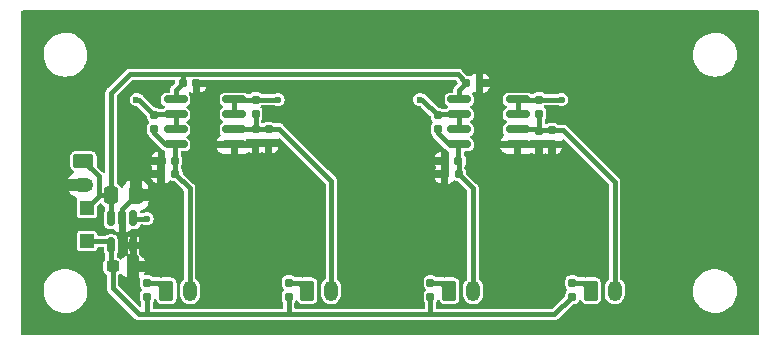
<source format=gbr>
%TF.GenerationSoftware,KiCad,Pcbnew,6.0.0*%
%TF.CreationDate,2022-01-04T22:09:20+01:00*%
%TF.ProjectId,mini_light_control,6d696e69-5f6c-4696-9768-745f636f6e74,v1.0*%
%TF.SameCoordinates,Original*%
%TF.FileFunction,Copper,L2,Bot*%
%TF.FilePolarity,Positive*%
%FSLAX46Y46*%
G04 Gerber Fmt 4.6, Leading zero omitted, Abs format (unit mm)*
G04 Created by KiCad (PCBNEW 6.0.0) date 2022-01-04 22:09:20*
%MOMM*%
%LPD*%
G01*
G04 APERTURE LIST*
G04 Aperture macros list*
%AMRoundRect*
0 Rectangle with rounded corners*
0 $1 Rounding radius*
0 $2 $3 $4 $5 $6 $7 $8 $9 X,Y pos of 4 corners*
0 Add a 4 corners polygon primitive as box body*
4,1,4,$2,$3,$4,$5,$6,$7,$8,$9,$2,$3,0*
0 Add four circle primitives for the rounded corners*
1,1,$1+$1,$2,$3*
1,1,$1+$1,$4,$5*
1,1,$1+$1,$6,$7*
1,1,$1+$1,$8,$9*
0 Add four rect primitives between the rounded corners*
20,1,$1+$1,$2,$3,$4,$5,0*
20,1,$1+$1,$4,$5,$6,$7,0*
20,1,$1+$1,$6,$7,$8,$9,0*
20,1,$1+$1,$8,$9,$2,$3,0*%
G04 Aperture macros list end*
%TA.AperFunction,ComponentPad*%
%ADD10RoundRect,0.250000X-0.350000X-0.625000X0.350000X-0.625000X0.350000X0.625000X-0.350000X0.625000X0*%
%TD*%
%TA.AperFunction,ComponentPad*%
%ADD11O,1.200000X1.750000*%
%TD*%
%TA.AperFunction,ComponentPad*%
%ADD12RoundRect,0.250000X-0.625000X0.350000X-0.625000X-0.350000X0.625000X-0.350000X0.625000X0.350000X0*%
%TD*%
%TA.AperFunction,ComponentPad*%
%ADD13O,1.750000X1.200000*%
%TD*%
%TA.AperFunction,SMDPad,CuDef*%
%ADD14RoundRect,0.150000X0.825000X0.150000X-0.825000X0.150000X-0.825000X-0.150000X0.825000X-0.150000X0*%
%TD*%
%TA.AperFunction,SMDPad,CuDef*%
%ADD15RoundRect,0.160000X0.160000X-0.197500X0.160000X0.197500X-0.160000X0.197500X-0.160000X-0.197500X0*%
%TD*%
%TA.AperFunction,SMDPad,CuDef*%
%ADD16RoundRect,0.160000X-0.160000X0.197500X-0.160000X-0.197500X0.160000X-0.197500X0.160000X0.197500X0*%
%TD*%
%TA.AperFunction,SMDPad,CuDef*%
%ADD17RoundRect,0.160000X-0.197500X-0.160000X0.197500X-0.160000X0.197500X0.160000X-0.197500X0.160000X0*%
%TD*%
%TA.AperFunction,SMDPad,CuDef*%
%ADD18RoundRect,0.155000X-0.155000X0.212500X-0.155000X-0.212500X0.155000X-0.212500X0.155000X0.212500X0*%
%TD*%
%TA.AperFunction,SMDPad,CuDef*%
%ADD19RoundRect,0.155000X-0.212500X-0.155000X0.212500X-0.155000X0.212500X0.155000X-0.212500X0.155000X0*%
%TD*%
%TA.AperFunction,SMDPad,CuDef*%
%ADD20RoundRect,0.155000X0.212500X0.155000X-0.212500X0.155000X-0.212500X-0.155000X0.212500X-0.155000X0*%
%TD*%
%TA.AperFunction,SMDPad,CuDef*%
%ADD21RoundRect,0.237500X-0.300000X-0.237500X0.300000X-0.237500X0.300000X0.237500X-0.300000X0.237500X0*%
%TD*%
%TA.AperFunction,SMDPad,CuDef*%
%ADD22RoundRect,0.150000X-0.150000X0.512500X-0.150000X-0.512500X0.150000X-0.512500X0.150000X0.512500X0*%
%TD*%
%TA.AperFunction,SMDPad,CuDef*%
%ADD23RoundRect,0.250000X-0.337500X-0.475000X0.337500X-0.475000X0.337500X0.475000X-0.337500X0.475000X0*%
%TD*%
%TA.AperFunction,SMDPad,CuDef*%
%ADD24R,1.200000X1.200000*%
%TD*%
%TA.AperFunction,ViaPad*%
%ADD25C,0.600000*%
%TD*%
%TA.AperFunction,Conductor*%
%ADD26C,0.450000*%
%TD*%
G04 APERTURE END LIST*
D10*
%TO.P,J7,1,Pin_1*%
%TO.N,Net-(R9-Pad1)*%
X149000000Y-59000000D03*
D11*
%TO.P,J7,2,Pin_2*%
%TO.N,Net-(C10-Pad1)*%
X151000000Y-59000000D03*
%TD*%
D10*
%TO.P,J3,1,Pin_1*%
%TO.N,Net-(R3-Pad1)*%
X124968000Y-59000000D03*
D11*
%TO.P,J3,2,Pin_2*%
%TO.N,Net-(C3-Pad1)*%
X126968000Y-59000000D03*
%TD*%
D10*
%TO.P,J6,1,Pin_1*%
%TO.N,Net-(R7-Pad1)*%
X137000000Y-59000000D03*
D11*
%TO.P,J6,2,Pin_2*%
%TO.N,Net-(C9-Pad1)*%
X139000000Y-59000000D03*
%TD*%
D10*
%TO.P,J2,1,Pin_1*%
%TO.N,Net-(R1-Pad1)*%
X113046000Y-59000000D03*
D11*
%TO.P,J2,2,Pin_2*%
%TO.N,Net-(C2-Pad1)*%
X115046000Y-59000000D03*
%TD*%
D12*
%TO.P,J1,1,Pin_1*%
%TO.N,+12V*%
X106000000Y-48000000D03*
D13*
%TO.P,J1,2,Pin_2*%
%TO.N,GND*%
X106000000Y-50000000D03*
%TD*%
D14*
%TO.P,U3,1*%
%TO.N,Net-(J9-Pad3)*%
X142775000Y-42795000D03*
%TO.P,U3,2,-*%
X142775000Y-44065000D03*
%TO.P,U3,3,+*%
%TO.N,Net-(C10-Pad1)*%
X142775000Y-45335000D03*
%TO.P,U3,4,V-*%
%TO.N,GND*%
X142775000Y-46605000D03*
%TO.P,U3,5,+*%
%TO.N,Net-(C9-Pad1)*%
X137825000Y-46605000D03*
%TO.P,U3,6,-*%
%TO.N,Net-(J8-Pad3)*%
X137825000Y-45335000D03*
%TO.P,U3,7*%
X137825000Y-44065000D03*
%TO.P,U3,8,V+*%
%TO.N,+12V*%
X137825000Y-42795000D03*
%TD*%
D15*
%TO.P,R4,1*%
%TO.N,GND*%
X121700000Y-46497500D03*
%TO.P,R4,2*%
%TO.N,Net-(C3-Pad1)*%
X121700000Y-45302500D03*
%TD*%
D16*
%TO.P,R1,1*%
%TO.N,Net-(R1-Pad1)*%
X111400000Y-58302500D03*
%TO.P,R1,2*%
%TO.N,+5V*%
X111400000Y-59497500D03*
%TD*%
%TO.P,R7,1*%
%TO.N,Net-(R7-Pad1)*%
X135400000Y-58302500D03*
%TO.P,R7,2*%
%TO.N,+5V*%
X135400000Y-59497500D03*
%TD*%
D17*
%TO.P,R8,1*%
%TO.N,GND*%
X136602500Y-49100000D03*
%TO.P,R8,2*%
%TO.N,Net-(C9-Pad1)*%
X137797500Y-49100000D03*
%TD*%
D15*
%TO.P,R10,1*%
%TO.N,GND*%
X145700000Y-46597500D03*
%TO.P,R10,2*%
%TO.N,Net-(C10-Pad1)*%
X145700000Y-45402500D03*
%TD*%
%TO.P,R6,1*%
%TO.N,Net-(C3-Pad1)*%
X120600000Y-43997500D03*
%TO.P,R6,2*%
%TO.N,Net-(J5-Pad3)*%
X120600000Y-42802500D03*
%TD*%
D18*
%TO.P,C10,1*%
%TO.N,Net-(C10-Pad1)*%
X144600000Y-45432500D03*
%TO.P,C10,2*%
%TO.N,GND*%
X144600000Y-46567500D03*
%TD*%
D19*
%TO.P,C11,1*%
%TO.N,+12V*%
X138432500Y-41400000D03*
%TO.P,C11,2*%
%TO.N,GND*%
X139567500Y-41400000D03*
%TD*%
D20*
%TO.P,C9,1*%
%TO.N,Net-(C9-Pad1)*%
X137767500Y-48000000D03*
%TO.P,C9,2*%
%TO.N,GND*%
X136632500Y-48000000D03*
%TD*%
D21*
%TO.P,C8,1*%
%TO.N,+5V*%
X108487502Y-56937501D03*
%TO.P,C8,2*%
%TO.N,GND*%
X110212502Y-56937501D03*
%TD*%
D18*
%TO.P,C3,1*%
%TO.N,Net-(C3-Pad1)*%
X120600000Y-45332500D03*
%TO.P,C3,2*%
%TO.N,GND*%
X120600000Y-46467500D03*
%TD*%
D15*
%TO.P,R11,1*%
%TO.N,Net-(C9-Pad1)*%
X136000000Y-45297500D03*
%TO.P,R11,2*%
%TO.N,Net-(J8-Pad3)*%
X136000000Y-44102500D03*
%TD*%
D19*
%TO.P,C4,1*%
%TO.N,+12V*%
X114432500Y-41400000D03*
%TO.P,C4,2*%
%TO.N,GND*%
X115567500Y-41400000D03*
%TD*%
D14*
%TO.P,U1,1*%
%TO.N,Net-(J5-Pad3)*%
X118775000Y-42795000D03*
%TO.P,U1,2,-*%
X118775000Y-44065000D03*
%TO.P,U1,3,+*%
%TO.N,Net-(C3-Pad1)*%
X118775000Y-45335000D03*
%TO.P,U1,4,V-*%
%TO.N,GND*%
X118775000Y-46605000D03*
%TO.P,U1,5,+*%
%TO.N,Net-(C2-Pad1)*%
X113825000Y-46605000D03*
%TO.P,U1,6,-*%
%TO.N,Net-(J4-Pad3)*%
X113825000Y-45335000D03*
%TO.P,U1,7*%
X113825000Y-44065000D03*
%TO.P,U1,8,V+*%
%TO.N,+12V*%
X113825000Y-42795000D03*
%TD*%
D15*
%TO.P,R12,1*%
%TO.N,Net-(C10-Pad1)*%
X144600000Y-43997500D03*
%TO.P,R12,2*%
%TO.N,Net-(J9-Pad3)*%
X144600000Y-42802500D03*
%TD*%
D17*
%TO.P,R2,1*%
%TO.N,GND*%
X112602500Y-49100000D03*
%TO.P,R2,2*%
%TO.N,Net-(C2-Pad1)*%
X113797500Y-49100000D03*
%TD*%
D16*
%TO.P,R3,1*%
%TO.N,Net-(R3-Pad1)*%
X123400000Y-58302500D03*
%TO.P,R3,2*%
%TO.N,+5V*%
X123400000Y-59497500D03*
%TD*%
%TO.P,R9,1*%
%TO.N,Net-(R9-Pad1)*%
X147400000Y-58302500D03*
%TO.P,R9,2*%
%TO.N,+5V*%
X147400000Y-59497500D03*
%TD*%
D22*
%TO.P,U2,1,IN*%
%TO.N,+12V*%
X108350000Y-52862500D03*
%TO.P,U2,2,GND*%
%TO.N,GND*%
X109300000Y-52862500D03*
%TO.P,U2,3,EN*%
%TO.N,+12V*%
X110250000Y-52862500D03*
%TO.P,U2,4,NC*%
%TO.N,GND*%
X110250000Y-55137500D03*
%TO.P,U2,5,OUT*%
%TO.N,+5V*%
X108350000Y-55137500D03*
%TD*%
D20*
%TO.P,C2,1*%
%TO.N,Net-(C2-Pad1)*%
X113767500Y-48000000D03*
%TO.P,C2,2*%
%TO.N,GND*%
X112632500Y-48000000D03*
%TD*%
D23*
%TO.P,C5,1*%
%TO.N,+12V*%
X108362500Y-50900000D03*
%TO.P,C5,2*%
%TO.N,GND*%
X110437500Y-50900000D03*
%TD*%
D24*
%TO.P,D1,1,K*%
%TO.N,+12V*%
X106300000Y-52000000D03*
%TO.P,D1,2,A*%
%TO.N,+5V*%
X106300000Y-54800000D03*
%TD*%
D15*
%TO.P,R5,1*%
%TO.N,Net-(C2-Pad1)*%
X112000000Y-45297500D03*
%TO.P,R5,2*%
%TO.N,Net-(J4-Pad3)*%
X112000000Y-44102500D03*
%TD*%
D25*
%TO.N,GND*%
X106475000Y-40875000D03*
X116475000Y-36875000D03*
X136475000Y-36875000D03*
X136475000Y-50875000D03*
X146475000Y-56875000D03*
X122475000Y-50875000D03*
X102475000Y-44875000D03*
X140475000Y-56875000D03*
X122475000Y-56875000D03*
X125900000Y-47100000D03*
X128475000Y-56875000D03*
X116475000Y-56875000D03*
X114475000Y-38875000D03*
X108475000Y-60875000D03*
X132475000Y-56875000D03*
X109400000Y-49200000D03*
X160475000Y-56875000D03*
X162475000Y-36875000D03*
X102475000Y-56875000D03*
X160475000Y-54875000D03*
X132475000Y-58875000D03*
X124475000Y-56875000D03*
X128475000Y-58875000D03*
X102475000Y-60875000D03*
X130475000Y-56875000D03*
X162475000Y-58875000D03*
X110475000Y-44875000D03*
X148475000Y-36875000D03*
X106475000Y-42875000D03*
X104475000Y-42875000D03*
X148475000Y-38875000D03*
X162475000Y-48875000D03*
X152475000Y-58875000D03*
X162475000Y-38875000D03*
X156475000Y-42875000D03*
X112475000Y-56875000D03*
X160475000Y-52875000D03*
X102475000Y-40875000D03*
X156475000Y-56875000D03*
X156475000Y-38875000D03*
X122700000Y-41600000D03*
X162475000Y-46875000D03*
X162475000Y-54875000D03*
X126475000Y-38875000D03*
X140475000Y-58875000D03*
X158475000Y-48875000D03*
X148475000Y-50875000D03*
X134475000Y-56875000D03*
X130475000Y-58875000D03*
X160475000Y-50875000D03*
X152475000Y-38875000D03*
X162475000Y-40875000D03*
X142475000Y-58875000D03*
X158475000Y-46875000D03*
X120200000Y-41600000D03*
X162475000Y-56875000D03*
X122475000Y-58875000D03*
X154475000Y-60875000D03*
X150000000Y-47200000D03*
X162475000Y-60875000D03*
X106475000Y-56875000D03*
X140475000Y-38875000D03*
X136475000Y-56875000D03*
X112475000Y-36875000D03*
X112475000Y-38875000D03*
X146475000Y-50875000D03*
X146700000Y-43900000D03*
X158475000Y-42875000D03*
X158475000Y-56875000D03*
X160475000Y-46875000D03*
X124475000Y-48875000D03*
X140475000Y-36875000D03*
X154475000Y-58875000D03*
X138475000Y-38875000D03*
X120475000Y-58875000D03*
X152475000Y-56875000D03*
X116475000Y-58875000D03*
X123100000Y-47100000D03*
X120475000Y-56875000D03*
X110600000Y-41700000D03*
X124475000Y-38875000D03*
X118475000Y-56875000D03*
X138475000Y-36875000D03*
X124475000Y-36875000D03*
X150475000Y-60875000D03*
X144475000Y-56875000D03*
X106475000Y-60875000D03*
X128475000Y-36875000D03*
X156475000Y-60875000D03*
X110475000Y-46875000D03*
X148475000Y-56875000D03*
X162475000Y-52875000D03*
X116475000Y-38875000D03*
X134475000Y-50875000D03*
X144475000Y-58875000D03*
X114475000Y-36875000D03*
X118475000Y-58875000D03*
X160475000Y-44875000D03*
X122700000Y-44000000D03*
X162475000Y-42875000D03*
X112475000Y-50875000D03*
X102475000Y-36875000D03*
X160475000Y-48875000D03*
X146475000Y-40875000D03*
X128475000Y-38875000D03*
X104475000Y-44875000D03*
X110475000Y-58875000D03*
X134475000Y-44875000D03*
X152475000Y-36875000D03*
X136475000Y-38875000D03*
X160475000Y-42875000D03*
X148475000Y-48875000D03*
X158475000Y-52875000D03*
X106475000Y-36875000D03*
X162475000Y-50875000D03*
X134475000Y-46875000D03*
X124475000Y-50875000D03*
X158475000Y-44875000D03*
X102475000Y-42875000D03*
X146900000Y-47100000D03*
X148475000Y-60875000D03*
X156475000Y-58875000D03*
X144475000Y-40875000D03*
X142475000Y-56875000D03*
X106475000Y-44875000D03*
X132475000Y-42875000D03*
X158475000Y-54875000D03*
X160475000Y-36875000D03*
X162475000Y-44875000D03*
X156475000Y-40875000D03*
X134475000Y-58875000D03*
X150475000Y-38875000D03*
X158475000Y-50875000D03*
X154475000Y-56875000D03*
X152475000Y-60875000D03*
X126475000Y-36875000D03*
X150475000Y-36875000D03*
X156475000Y-36875000D03*
X158475000Y-36875000D03*
%TO.N,+12V*%
X111400000Y-52900000D03*
%TO.N,Net-(J4-Pad3)*%
X110500000Y-42800000D03*
%TO.N,Net-(J5-Pad3)*%
X122500000Y-42800000D03*
%TO.N,Net-(J8-Pad3)*%
X134500000Y-42800000D03*
%TO.N,Net-(J9-Pad3)*%
X146500000Y-42800000D03*
%TD*%
D26*
%TO.N,GND*%
X109300000Y-52900000D02*
X109300000Y-52037500D01*
X109300000Y-52037500D02*
X110437500Y-50900000D01*
%TO.N,Net-(C2-Pad1)*%
X113767500Y-48000000D02*
X113767500Y-46662500D01*
X112000000Y-45297500D02*
X112000000Y-45654999D01*
X112950001Y-46605000D02*
X113825000Y-46605000D01*
X115000000Y-50302500D02*
X113797500Y-49100000D01*
X115000000Y-59000000D02*
X115000000Y-50302500D01*
X112000000Y-45654999D02*
X112950001Y-46605000D01*
X113797500Y-49100000D02*
X113797500Y-48030000D01*
%TO.N,Net-(C3-Pad1)*%
X122597500Y-45302500D02*
X121700000Y-45302500D01*
X120600000Y-43997500D02*
X120600000Y-45332500D01*
X122600000Y-45300000D02*
X122597500Y-45302500D01*
X127000000Y-49700000D02*
X122600000Y-45300000D01*
X121700000Y-45302500D02*
X120630000Y-45302500D01*
X127000000Y-59000000D02*
X127000000Y-49700000D01*
X118775000Y-45335000D02*
X120597500Y-45335000D01*
%TO.N,Net-(C9-Pad1)*%
X136000000Y-45297500D02*
X136000000Y-45654999D01*
X137797500Y-49100000D02*
X137797500Y-48030000D01*
X137767500Y-48000000D02*
X137767500Y-46662500D01*
X139000000Y-50302500D02*
X137797500Y-49100000D01*
X136950001Y-46605000D02*
X137825000Y-46605000D01*
X136000000Y-45654999D02*
X136950001Y-46605000D01*
X139000000Y-59000000D02*
X139000000Y-50302500D01*
%TO.N,Net-(C10-Pad1)*%
X145700000Y-45402500D02*
X144630000Y-45402500D01*
X144502500Y-45335000D02*
X144600000Y-45432500D01*
X146600000Y-45400000D02*
X146597500Y-45402500D01*
X151000000Y-59000000D02*
X151000000Y-49800000D01*
X142775000Y-45335000D02*
X144502500Y-45335000D01*
X151000000Y-49800000D02*
X146600000Y-45400000D01*
X144600000Y-43997500D02*
X144600000Y-45432500D01*
X146597500Y-45402500D02*
X145700000Y-45402500D01*
%TO.N,+12V*%
X137825000Y-42795000D02*
X137825000Y-42007500D01*
X114465480Y-40665480D02*
X109934520Y-40665480D01*
X106000000Y-48000000D02*
X107299520Y-49299520D01*
X114432500Y-41400000D02*
X114432500Y-40698460D01*
X108362500Y-47962500D02*
X108362500Y-50900000D01*
X107400000Y-50900000D02*
X107299520Y-51000480D01*
X107299520Y-49299520D02*
X107299520Y-51000480D01*
X137697980Y-40665480D02*
X114465480Y-40665480D01*
X108362500Y-42237500D02*
X108362500Y-47962500D01*
X137825000Y-42007500D02*
X138432500Y-41400000D01*
X108350000Y-50912500D02*
X108362500Y-50900000D01*
X110300000Y-52900000D02*
X111400000Y-52900000D01*
X108362500Y-50900000D02*
X107400000Y-50900000D01*
X109934520Y-40665480D02*
X108362500Y-42237500D01*
X114432500Y-40698460D02*
X114465480Y-40665480D01*
X108350000Y-52862500D02*
X108350000Y-50912500D01*
X138432500Y-41400000D02*
X137697980Y-40665480D01*
X107299520Y-51000480D02*
X106300000Y-52000000D01*
X113825000Y-42007500D02*
X114432500Y-41400000D01*
X113825000Y-42795000D02*
X113825000Y-42007500D01*
%TO.N,Net-(R1-Pad1)*%
X111400000Y-58302500D02*
X112302500Y-58302500D01*
X112302500Y-58302500D02*
X113000000Y-59000000D01*
%TO.N,Net-(R3-Pad1)*%
X123400000Y-58302500D02*
X124302500Y-58302500D01*
X124302500Y-58302500D02*
X125000000Y-59000000D01*
%TO.N,Net-(J4-Pad3)*%
X113825000Y-45335000D02*
X113825000Y-44065000D01*
X113825000Y-44065000D02*
X112037500Y-44065000D01*
X110697500Y-42800000D02*
X112000000Y-44102500D01*
X110500000Y-42800000D02*
X110697500Y-42800000D01*
%TO.N,Net-(J5-Pad3)*%
X118775000Y-42795000D02*
X118775000Y-44065000D01*
X122500000Y-42800000D02*
X120602500Y-42800000D01*
X120600000Y-42802500D02*
X118782500Y-42802500D01*
%TO.N,Net-(R7-Pad1)*%
X136302500Y-58302500D02*
X137000000Y-59000000D01*
X135400000Y-58302500D02*
X136302500Y-58302500D01*
%TO.N,Net-(R9-Pad1)*%
X147400000Y-58302500D02*
X148302500Y-58302500D01*
X148302500Y-58302500D02*
X149000000Y-59000000D01*
%TO.N,Net-(J8-Pad3)*%
X134500000Y-42800000D02*
X134697500Y-42800000D01*
X134697500Y-42800000D02*
X136000000Y-44102500D01*
X137825000Y-44065000D02*
X136037500Y-44065000D01*
X137825000Y-44065000D02*
X137825000Y-45335000D01*
%TO.N,Net-(J9-Pad3)*%
X142775000Y-42795000D02*
X142775000Y-44065000D01*
X146500000Y-42800000D02*
X144602500Y-42800000D01*
X144600000Y-42802500D02*
X142782500Y-42802500D01*
%TO.N,+5V*%
X111400000Y-61000000D02*
X110700000Y-61000000D01*
X123400000Y-59497500D02*
X123400000Y-61000000D01*
X111400000Y-59497500D02*
X111400000Y-61000000D01*
X110700000Y-61000000D02*
X108487502Y-58787502D01*
X145897500Y-61000000D02*
X147400000Y-59497500D01*
X135300000Y-61000000D02*
X145897500Y-61000000D01*
X108487502Y-58787502D02*
X108487502Y-56937501D01*
X111400000Y-61000000D02*
X123400000Y-61000000D01*
X108350000Y-55175000D02*
X108350000Y-56799999D01*
X108350000Y-56799999D02*
X108487502Y-56937501D01*
X106300000Y-54800000D02*
X107975000Y-54800000D01*
X123400000Y-61000000D02*
X135300000Y-61000000D01*
X135400000Y-59497500D02*
X135400000Y-60900000D01*
X107975000Y-54800000D02*
X108350000Y-55175000D01*
X135400000Y-60900000D02*
X135300000Y-61000000D01*
%TD*%
%TA.AperFunction,Conductor*%
%TO.N,GND*%
G36*
X163188121Y-35274002D02*
G01*
X163234614Y-35327658D01*
X163246000Y-35380000D01*
X163246000Y-62620000D01*
X163225998Y-62688121D01*
X163172342Y-62734614D01*
X163120000Y-62746000D01*
X100880000Y-62746000D01*
X100811879Y-62725998D01*
X100765386Y-62672342D01*
X100754000Y-62620000D01*
X100754000Y-59042186D01*
X102641018Y-59042186D01*
X102666579Y-59310100D01*
X102667664Y-59314534D01*
X102667665Y-59314540D01*
X102729461Y-59567080D01*
X102730547Y-59571518D01*
X102831583Y-59820963D01*
X102967569Y-60053210D01*
X103135658Y-60263395D01*
X103332327Y-60447113D01*
X103553457Y-60600516D01*
X103794416Y-60720391D01*
X103798750Y-60721812D01*
X103798753Y-60721813D01*
X104045823Y-60802807D01*
X104045829Y-60802808D01*
X104050156Y-60804227D01*
X104054647Y-60805007D01*
X104054648Y-60805007D01*
X104311538Y-60849611D01*
X104311546Y-60849612D01*
X104315319Y-60850267D01*
X104319156Y-60850458D01*
X104398777Y-60854422D01*
X104398785Y-60854422D01*
X104400348Y-60854500D01*
X104568374Y-60854500D01*
X104570642Y-60854335D01*
X104570654Y-60854335D01*
X104701457Y-60844844D01*
X104768425Y-60839985D01*
X104772880Y-60839001D01*
X104772883Y-60839001D01*
X105026770Y-60782947D01*
X105026772Y-60782946D01*
X105031226Y-60781963D01*
X105282900Y-60686613D01*
X105518172Y-60555931D01*
X105612955Y-60483595D01*
X105728491Y-60395421D01*
X105728495Y-60395417D01*
X105732116Y-60392654D01*
X105920249Y-60200203D01*
X105975833Y-60123839D01*
X106075942Y-59986304D01*
X106075947Y-59986297D01*
X106078630Y-59982610D01*
X106203941Y-59744433D01*
X106293557Y-59490662D01*
X106327595Y-59317968D01*
X106344720Y-59231083D01*
X106344721Y-59231077D01*
X106345601Y-59226611D01*
X106345828Y-59222055D01*
X106358755Y-58962383D01*
X106358755Y-58962377D01*
X106358982Y-58957814D01*
X106333421Y-58689900D01*
X106329829Y-58675218D01*
X106270539Y-58432920D01*
X106269453Y-58428482D01*
X106168417Y-58179037D01*
X106055647Y-57986440D01*
X106034741Y-57950735D01*
X106034740Y-57950734D01*
X106032431Y-57946790D01*
X105889350Y-57767876D01*
X105867194Y-57740171D01*
X105867193Y-57740169D01*
X105864342Y-57736605D01*
X105667673Y-57552887D01*
X105446543Y-57399484D01*
X105205584Y-57279609D01*
X105201250Y-57278188D01*
X105201247Y-57278187D01*
X104954177Y-57197193D01*
X104954171Y-57197192D01*
X104949844Y-57195773D01*
X104945352Y-57194993D01*
X104688462Y-57150389D01*
X104688454Y-57150388D01*
X104684681Y-57149733D01*
X104674718Y-57149237D01*
X104601223Y-57145578D01*
X104601215Y-57145578D01*
X104599652Y-57145500D01*
X104431626Y-57145500D01*
X104429358Y-57145665D01*
X104429346Y-57145665D01*
X104298543Y-57155156D01*
X104231575Y-57160015D01*
X104227120Y-57160999D01*
X104227117Y-57160999D01*
X103973230Y-57217053D01*
X103973228Y-57217054D01*
X103968774Y-57218037D01*
X103717100Y-57313387D01*
X103713114Y-57315601D01*
X103713112Y-57315602D01*
X103528102Y-57418366D01*
X103481828Y-57444069D01*
X103478196Y-57446841D01*
X103271509Y-57604579D01*
X103271505Y-57604583D01*
X103267884Y-57607346D01*
X103079751Y-57799797D01*
X103055007Y-57833792D01*
X102924058Y-58013696D01*
X102924053Y-58013703D01*
X102921370Y-58017390D01*
X102796059Y-58255567D01*
X102706443Y-58509338D01*
X102698978Y-58547212D01*
X102657509Y-58757611D01*
X102654399Y-58773389D01*
X102654172Y-58777942D01*
X102654172Y-58777945D01*
X102641753Y-59027431D01*
X102641018Y-59042186D01*
X100754000Y-59042186D01*
X100754000Y-54174933D01*
X105445500Y-54174933D01*
X105445501Y-55425066D01*
X105460266Y-55499301D01*
X105516516Y-55583484D01*
X105600699Y-55639734D01*
X105674933Y-55654500D01*
X106299898Y-55654500D01*
X106925066Y-55654499D01*
X106960818Y-55647388D01*
X106987126Y-55642156D01*
X106987128Y-55642155D01*
X106999301Y-55639734D01*
X107009621Y-55632839D01*
X107009622Y-55632838D01*
X107073168Y-55590377D01*
X107083484Y-55583484D01*
X107139734Y-55499301D01*
X107154500Y-55425067D01*
X107154500Y-55405500D01*
X107174502Y-55337379D01*
X107228158Y-55290886D01*
X107280500Y-55279500D01*
X107669500Y-55279500D01*
X107737621Y-55299502D01*
X107784114Y-55353158D01*
X107795500Y-55405500D01*
X107795500Y-55681834D01*
X107810502Y-55776555D01*
X107856767Y-55867354D01*
X107870500Y-55924557D01*
X107870500Y-56263664D01*
X107850498Y-56331785D01*
X107838497Y-56346677D01*
X107836028Y-56348527D01*
X107751509Y-56461302D01*
X107702038Y-56593265D01*
X107695502Y-56653431D01*
X107695502Y-57221571D01*
X107702038Y-57281737D01*
X107718965Y-57326888D01*
X107746180Y-57399484D01*
X107751509Y-57413700D01*
X107836028Y-57526475D01*
X107948284Y-57610605D01*
X107948803Y-57610994D01*
X107948199Y-57611799D01*
X107992659Y-57656360D01*
X108008002Y-57716619D01*
X108008002Y-58719682D01*
X108006748Y-58730902D01*
X108007333Y-58730949D01*
X108006613Y-58739894D01*
X108004632Y-58748651D01*
X108005188Y-58757611D01*
X108007760Y-58799075D01*
X108008002Y-58806876D01*
X108008002Y-58821933D01*
X108008636Y-58826359D01*
X108009360Y-58831410D01*
X108010391Y-58841477D01*
X108013136Y-58885738D01*
X108016186Y-58894187D01*
X108017398Y-58900037D01*
X108019596Y-58908854D01*
X108021271Y-58914581D01*
X108022543Y-58923466D01*
X108040906Y-58963852D01*
X108044712Y-58973204D01*
X108056725Y-59006482D01*
X108056727Y-59006486D01*
X108059775Y-59014929D01*
X108065074Y-59022182D01*
X108067865Y-59027431D01*
X108072470Y-59035313D01*
X108075676Y-59040327D01*
X108079392Y-59048499D01*
X108085251Y-59055299D01*
X108085252Y-59055300D01*
X108096597Y-59068466D01*
X108106007Y-59079386D01*
X108108340Y-59082094D01*
X108114628Y-59090013D01*
X108122029Y-59100144D01*
X108132185Y-59110300D01*
X108138542Y-59117146D01*
X108169049Y-59152551D01*
X108176576Y-59157430D01*
X108183346Y-59163336D01*
X108183287Y-59163403D01*
X108193768Y-59171883D01*
X110312981Y-61291096D01*
X110320032Y-61299921D01*
X110320479Y-61299541D01*
X110326297Y-61306377D01*
X110331087Y-61313969D01*
X110337816Y-61319912D01*
X110368973Y-61347429D01*
X110374660Y-61352775D01*
X110385289Y-61363404D01*
X110388867Y-61366086D01*
X110388870Y-61366088D01*
X110392943Y-61369140D01*
X110400787Y-61375526D01*
X110434036Y-61404891D01*
X110442159Y-61408705D01*
X110447131Y-61411971D01*
X110454954Y-61416671D01*
X110460183Y-61419534D01*
X110467366Y-61424917D01*
X110475771Y-61428068D01*
X110475773Y-61428069D01*
X110508886Y-61440482D01*
X110518191Y-61444402D01*
X110558366Y-61463264D01*
X110567238Y-61464645D01*
X110572942Y-61466389D01*
X110581737Y-61468696D01*
X110587570Y-61469979D01*
X110595976Y-61473130D01*
X110604926Y-61473795D01*
X110604930Y-61473796D01*
X110637400Y-61476209D01*
X110640204Y-61476417D01*
X110650241Y-61477569D01*
X110653920Y-61478142D01*
X110657837Y-61478752D01*
X110657839Y-61478752D01*
X110662643Y-61479500D01*
X110677011Y-61479500D01*
X110686349Y-61479846D01*
X110732949Y-61483309D01*
X110741725Y-61481436D01*
X110750682Y-61480825D01*
X110750688Y-61480915D01*
X110764092Y-61479500D01*
X111391799Y-61479500D01*
X111392570Y-61479502D01*
X111465745Y-61479949D01*
X111467027Y-61479583D01*
X111468238Y-61479500D01*
X123391799Y-61479500D01*
X123392570Y-61479502D01*
X123465745Y-61479949D01*
X123467027Y-61479583D01*
X123468238Y-61479500D01*
X135232180Y-61479500D01*
X135243400Y-61480754D01*
X135243447Y-61480169D01*
X135252392Y-61480889D01*
X135261149Y-61482870D01*
X135311573Y-61479742D01*
X135319374Y-61479500D01*
X145829680Y-61479500D01*
X145840900Y-61480754D01*
X145840947Y-61480169D01*
X145849892Y-61480889D01*
X145858649Y-61482870D01*
X145909073Y-61479742D01*
X145916874Y-61479500D01*
X145931931Y-61479500D01*
X145941418Y-61478141D01*
X145951475Y-61477111D01*
X145995736Y-61474366D01*
X146004185Y-61471316D01*
X146010035Y-61470104D01*
X146018852Y-61467906D01*
X146024579Y-61466231D01*
X146033464Y-61464959D01*
X146073850Y-61446596D01*
X146083202Y-61442790D01*
X146116480Y-61430777D01*
X146116484Y-61430775D01*
X146124927Y-61427727D01*
X146132180Y-61422428D01*
X146137429Y-61419637D01*
X146145311Y-61415032D01*
X146150325Y-61411826D01*
X146158497Y-61408110D01*
X146192093Y-61379161D01*
X146200011Y-61372874D01*
X146202976Y-61370708D01*
X146206207Y-61368348D01*
X146206211Y-61368345D01*
X146210142Y-61365473D01*
X146220298Y-61355317D01*
X146227145Y-61348959D01*
X146255752Y-61324310D01*
X146255753Y-61324309D01*
X146262549Y-61318453D01*
X146267428Y-61310926D01*
X146273334Y-61304156D01*
X146273401Y-61304215D01*
X146281881Y-61293734D01*
X147429211Y-60146404D01*
X147491523Y-60112378D01*
X147518306Y-60109499D01*
X147592622Y-60109499D01*
X147634441Y-60102876D01*
X147679886Y-60095679D01*
X147679888Y-60095678D01*
X147689684Y-60094127D01*
X147726790Y-60075221D01*
X147797842Y-60039018D01*
X147806674Y-60034518D01*
X147899518Y-59941674D01*
X147959127Y-59824684D01*
X147962204Y-59826252D01*
X147992321Y-59782191D01*
X148057713Y-59754543D01*
X148127672Y-59766637D01*
X148179986Y-59814634D01*
X148190080Y-59835489D01*
X148202929Y-59869764D01*
X148208309Y-59876943D01*
X148208311Y-59876946D01*
X148262077Y-59948685D01*
X148289596Y-59985404D01*
X148296776Y-59990785D01*
X148398054Y-60066689D01*
X148398057Y-60066691D01*
X148405236Y-60072071D01*
X148490384Y-60103991D01*
X148533157Y-60120026D01*
X148533159Y-60120026D01*
X148540552Y-60122798D01*
X148548402Y-60123651D01*
X148548403Y-60123651D01*
X148550134Y-60123839D01*
X148602244Y-60129500D01*
X149397756Y-60129500D01*
X149449866Y-60123839D01*
X149451597Y-60123651D01*
X149451598Y-60123651D01*
X149459448Y-60122798D01*
X149466841Y-60120026D01*
X149466843Y-60120026D01*
X149509616Y-60103991D01*
X149594764Y-60072071D01*
X149601943Y-60066691D01*
X149601946Y-60066689D01*
X149703224Y-59990785D01*
X149710404Y-59985404D01*
X149737923Y-59948685D01*
X149791689Y-59876946D01*
X149791691Y-59876943D01*
X149797071Y-59869764D01*
X149847798Y-59734448D01*
X149850011Y-59714082D01*
X149854131Y-59676153D01*
X149854131Y-59676152D01*
X149854500Y-59672756D01*
X149854500Y-58327244D01*
X149854131Y-58323847D01*
X149848651Y-58273403D01*
X149848651Y-58273402D01*
X149847798Y-58265552D01*
X149797071Y-58130236D01*
X149791691Y-58123057D01*
X149791689Y-58123054D01*
X149715785Y-58021776D01*
X149710404Y-58014596D01*
X149680021Y-57991825D01*
X149601946Y-57933311D01*
X149601943Y-57933309D01*
X149594764Y-57927929D01*
X149496241Y-57890995D01*
X149466843Y-57879974D01*
X149466841Y-57879974D01*
X149459448Y-57877202D01*
X149451598Y-57876349D01*
X149451597Y-57876349D01*
X149401153Y-57870869D01*
X149401152Y-57870869D01*
X149397756Y-57870500D01*
X148602244Y-57870500D01*
X148598850Y-57870869D01*
X148598845Y-57870869D01*
X148565347Y-57874508D01*
X148507514Y-57867228D01*
X148493607Y-57862015D01*
X148484299Y-57858093D01*
X148444134Y-57839236D01*
X148435267Y-57837855D01*
X148429591Y-57836120D01*
X148420714Y-57833792D01*
X148414928Y-57832520D01*
X148406525Y-57829370D01*
X148383576Y-57827664D01*
X148362300Y-57826083D01*
X148352263Y-57824932D01*
X148339857Y-57823000D01*
X148325490Y-57823000D01*
X148316152Y-57822654D01*
X148301767Y-57821585D01*
X148269552Y-57819191D01*
X148260776Y-57821064D01*
X148251819Y-57821675D01*
X148251813Y-57821585D01*
X148238409Y-57823000D01*
X147916382Y-57823000D01*
X147848261Y-57802998D01*
X147827287Y-57786095D01*
X147806674Y-57765482D01*
X147689684Y-57705873D01*
X147679895Y-57704322D01*
X147679893Y-57704322D01*
X147652120Y-57699923D01*
X147592623Y-57690500D01*
X147400039Y-57690500D01*
X147207378Y-57690501D01*
X147183012Y-57694360D01*
X147120114Y-57704321D01*
X147120112Y-57704322D01*
X147110316Y-57705873D01*
X147101479Y-57710376D01*
X147101478Y-57710376D01*
X147056118Y-57733488D01*
X146993326Y-57765482D01*
X146900482Y-57858326D01*
X146840873Y-57975316D01*
X146839322Y-57985105D01*
X146839322Y-57985107D01*
X146837766Y-57994933D01*
X146825500Y-58072377D01*
X146825501Y-58532622D01*
X146840873Y-58629684D01*
X146900482Y-58746674D01*
X146964713Y-58810905D01*
X146998739Y-58873217D01*
X146993674Y-58944032D01*
X146964713Y-58989095D01*
X146900482Y-59053326D01*
X146840873Y-59170316D01*
X146825500Y-59267377D01*
X146825500Y-59341695D01*
X146805498Y-59409816D01*
X146788595Y-59430790D01*
X145735790Y-60483595D01*
X145673478Y-60517621D01*
X145646695Y-60520500D01*
X136005500Y-60520500D01*
X135937379Y-60500498D01*
X135890886Y-60446842D01*
X135879500Y-60394500D01*
X135879500Y-60007527D01*
X135898553Y-59942639D01*
X135899518Y-59941674D01*
X135959127Y-59824684D01*
X135962204Y-59826252D01*
X135992321Y-59782191D01*
X136057713Y-59754543D01*
X136127672Y-59766637D01*
X136179986Y-59814634D01*
X136190080Y-59835489D01*
X136202929Y-59869764D01*
X136208309Y-59876943D01*
X136208311Y-59876946D01*
X136262077Y-59948685D01*
X136289596Y-59985404D01*
X136296776Y-59990785D01*
X136398054Y-60066689D01*
X136398057Y-60066691D01*
X136405236Y-60072071D01*
X136490384Y-60103991D01*
X136533157Y-60120026D01*
X136533159Y-60120026D01*
X136540552Y-60122798D01*
X136548402Y-60123651D01*
X136548403Y-60123651D01*
X136550134Y-60123839D01*
X136602244Y-60129500D01*
X137397756Y-60129500D01*
X137449866Y-60123839D01*
X137451597Y-60123651D01*
X137451598Y-60123651D01*
X137459448Y-60122798D01*
X137466841Y-60120026D01*
X137466843Y-60120026D01*
X137509616Y-60103991D01*
X137594764Y-60072071D01*
X137601943Y-60066691D01*
X137601946Y-60066689D01*
X137703224Y-59990785D01*
X137710404Y-59985404D01*
X137737923Y-59948685D01*
X137791689Y-59876946D01*
X137791691Y-59876943D01*
X137797071Y-59869764D01*
X137847798Y-59734448D01*
X137850011Y-59714082D01*
X137854131Y-59676153D01*
X137854131Y-59676152D01*
X137854500Y-59672756D01*
X137854500Y-58327244D01*
X137854131Y-58323847D01*
X137848651Y-58273403D01*
X137848651Y-58273402D01*
X137847798Y-58265552D01*
X137797071Y-58130236D01*
X137791691Y-58123057D01*
X137791689Y-58123054D01*
X137715785Y-58021776D01*
X137710404Y-58014596D01*
X137680021Y-57991825D01*
X137601946Y-57933311D01*
X137601943Y-57933309D01*
X137594764Y-57927929D01*
X137496241Y-57890995D01*
X137466843Y-57879974D01*
X137466841Y-57879974D01*
X137459448Y-57877202D01*
X137451598Y-57876349D01*
X137451597Y-57876349D01*
X137401153Y-57870869D01*
X137401152Y-57870869D01*
X137397756Y-57870500D01*
X136602244Y-57870500D01*
X136598850Y-57870869D01*
X136598845Y-57870869D01*
X136565347Y-57874508D01*
X136507514Y-57867228D01*
X136493607Y-57862015D01*
X136484299Y-57858093D01*
X136444134Y-57839236D01*
X136435267Y-57837855D01*
X136429591Y-57836120D01*
X136420714Y-57833792D01*
X136414928Y-57832520D01*
X136406525Y-57829370D01*
X136383576Y-57827664D01*
X136362300Y-57826083D01*
X136352263Y-57824932D01*
X136339857Y-57823000D01*
X136325490Y-57823000D01*
X136316152Y-57822654D01*
X136301767Y-57821585D01*
X136269552Y-57819191D01*
X136260776Y-57821064D01*
X136251819Y-57821675D01*
X136251813Y-57821585D01*
X136238409Y-57823000D01*
X135916382Y-57823000D01*
X135848261Y-57802998D01*
X135827287Y-57786095D01*
X135806674Y-57765482D01*
X135689684Y-57705873D01*
X135679895Y-57704322D01*
X135679893Y-57704322D01*
X135652120Y-57699923D01*
X135592623Y-57690500D01*
X135400039Y-57690500D01*
X135207378Y-57690501D01*
X135183012Y-57694360D01*
X135120114Y-57704321D01*
X135120112Y-57704322D01*
X135110316Y-57705873D01*
X135101479Y-57710376D01*
X135101478Y-57710376D01*
X135056118Y-57733488D01*
X134993326Y-57765482D01*
X134900482Y-57858326D01*
X134840873Y-57975316D01*
X134839322Y-57985105D01*
X134839322Y-57985107D01*
X134837766Y-57994933D01*
X134825500Y-58072377D01*
X134825501Y-58532622D01*
X134840873Y-58629684D01*
X134900482Y-58746674D01*
X134964713Y-58810905D01*
X134998739Y-58873217D01*
X134993674Y-58944032D01*
X134964713Y-58989095D01*
X134900482Y-59053326D01*
X134840873Y-59170316D01*
X134825500Y-59267377D01*
X134825501Y-59727622D01*
X134840873Y-59824684D01*
X134845374Y-59833517D01*
X134845376Y-59833522D01*
X134859560Y-59861360D01*
X134896750Y-59934350D01*
X134896751Y-59934352D01*
X134900482Y-59941674D01*
X134899536Y-59942156D01*
X134920294Y-60000330D01*
X134920500Y-60007527D01*
X134920500Y-60394500D01*
X134900498Y-60462621D01*
X134846842Y-60509114D01*
X134794500Y-60520500D01*
X124005500Y-60520500D01*
X123937379Y-60500498D01*
X123890886Y-60446842D01*
X123879500Y-60394500D01*
X123879500Y-60007527D01*
X123898553Y-59942639D01*
X123899518Y-59941674D01*
X123932496Y-59876951D01*
X123941762Y-59858766D01*
X123990511Y-59807151D01*
X124059425Y-59790085D01*
X124126627Y-59812986D01*
X124164550Y-59855461D01*
X124167776Y-59861354D01*
X124170929Y-59869764D01*
X124176312Y-59876946D01*
X124176315Y-59876951D01*
X124230077Y-59948685D01*
X124257596Y-59985404D01*
X124264776Y-59990785D01*
X124366054Y-60066689D01*
X124366057Y-60066691D01*
X124373236Y-60072071D01*
X124458384Y-60103991D01*
X124501157Y-60120026D01*
X124501159Y-60120026D01*
X124508552Y-60122798D01*
X124516402Y-60123651D01*
X124516403Y-60123651D01*
X124518134Y-60123839D01*
X124570244Y-60129500D01*
X125365756Y-60129500D01*
X125417866Y-60123839D01*
X125419597Y-60123651D01*
X125419598Y-60123651D01*
X125427448Y-60122798D01*
X125434841Y-60120026D01*
X125434843Y-60120026D01*
X125477616Y-60103991D01*
X125562764Y-60072071D01*
X125569943Y-60066691D01*
X125569946Y-60066689D01*
X125671224Y-59990785D01*
X125678404Y-59985404D01*
X125705923Y-59948685D01*
X125759689Y-59876946D01*
X125759691Y-59876943D01*
X125765071Y-59869764D01*
X125815798Y-59734448D01*
X125818011Y-59714082D01*
X125822131Y-59676153D01*
X125822131Y-59676152D01*
X125822500Y-59672756D01*
X125822500Y-58327244D01*
X125822131Y-58323847D01*
X125816651Y-58273403D01*
X125816651Y-58273402D01*
X125815798Y-58265552D01*
X125765071Y-58130236D01*
X125759691Y-58123057D01*
X125759689Y-58123054D01*
X125683785Y-58021776D01*
X125678404Y-58014596D01*
X125648021Y-57991825D01*
X125569946Y-57933311D01*
X125569943Y-57933309D01*
X125562764Y-57927929D01*
X125464241Y-57890995D01*
X125434843Y-57879974D01*
X125434841Y-57879974D01*
X125427448Y-57877202D01*
X125419598Y-57876349D01*
X125419597Y-57876349D01*
X125369153Y-57870869D01*
X125369152Y-57870869D01*
X125365756Y-57870500D01*
X124570244Y-57870500D01*
X124558161Y-57871813D01*
X124500324Y-57864533D01*
X124493590Y-57862009D01*
X124484306Y-57858097D01*
X124444134Y-57839236D01*
X124435267Y-57837855D01*
X124429591Y-57836120D01*
X124420714Y-57833792D01*
X124414928Y-57832520D01*
X124406525Y-57829370D01*
X124383576Y-57827664D01*
X124362300Y-57826083D01*
X124352263Y-57824932D01*
X124339857Y-57823000D01*
X124325490Y-57823000D01*
X124316152Y-57822654D01*
X124301767Y-57821585D01*
X124269552Y-57819191D01*
X124260776Y-57821064D01*
X124251819Y-57821675D01*
X124251813Y-57821585D01*
X124238409Y-57823000D01*
X123916382Y-57823000D01*
X123848261Y-57802998D01*
X123827287Y-57786095D01*
X123806674Y-57765482D01*
X123689684Y-57705873D01*
X123679895Y-57704322D01*
X123679893Y-57704322D01*
X123652120Y-57699923D01*
X123592623Y-57690500D01*
X123400039Y-57690500D01*
X123207378Y-57690501D01*
X123183012Y-57694360D01*
X123120114Y-57704321D01*
X123120112Y-57704322D01*
X123110316Y-57705873D01*
X123101479Y-57710376D01*
X123101478Y-57710376D01*
X123056118Y-57733488D01*
X122993326Y-57765482D01*
X122900482Y-57858326D01*
X122840873Y-57975316D01*
X122839322Y-57985105D01*
X122839322Y-57985107D01*
X122837766Y-57994933D01*
X122825500Y-58072377D01*
X122825501Y-58532622D01*
X122840873Y-58629684D01*
X122900482Y-58746674D01*
X122964713Y-58810905D01*
X122998739Y-58873217D01*
X122993674Y-58944032D01*
X122964713Y-58989095D01*
X122900482Y-59053326D01*
X122840873Y-59170316D01*
X122825500Y-59267377D01*
X122825501Y-59727622D01*
X122840873Y-59824684D01*
X122845374Y-59833517D01*
X122845376Y-59833522D01*
X122859560Y-59861360D01*
X122896750Y-59934350D01*
X122896751Y-59934352D01*
X122900482Y-59941674D01*
X122899536Y-59942156D01*
X122920294Y-60000330D01*
X122920500Y-60007527D01*
X122920500Y-60394500D01*
X122900498Y-60462621D01*
X122846842Y-60509114D01*
X122794500Y-60520500D01*
X112005500Y-60520500D01*
X111937379Y-60500498D01*
X111890886Y-60446842D01*
X111879500Y-60394500D01*
X111879500Y-60007527D01*
X111898553Y-59942639D01*
X111899518Y-59941674D01*
X111959127Y-59824684D01*
X111965447Y-59784779D01*
X111995858Y-59720626D01*
X112056126Y-59683099D01*
X112127116Y-59684112D01*
X112186288Y-59723344D01*
X112207878Y-59760260D01*
X112222640Y-59799637D01*
X112248929Y-59869764D01*
X112254309Y-59876943D01*
X112254311Y-59876946D01*
X112308077Y-59948685D01*
X112335596Y-59985404D01*
X112342776Y-59990785D01*
X112444054Y-60066689D01*
X112444057Y-60066691D01*
X112451236Y-60072071D01*
X112536384Y-60103991D01*
X112579157Y-60120026D01*
X112579159Y-60120026D01*
X112586552Y-60122798D01*
X112594402Y-60123651D01*
X112594403Y-60123651D01*
X112596134Y-60123839D01*
X112648244Y-60129500D01*
X113443756Y-60129500D01*
X113495866Y-60123839D01*
X113497597Y-60123651D01*
X113497598Y-60123651D01*
X113505448Y-60122798D01*
X113512841Y-60120026D01*
X113512843Y-60120026D01*
X113555616Y-60103991D01*
X113640764Y-60072071D01*
X113647943Y-60066691D01*
X113647946Y-60066689D01*
X113749224Y-59990785D01*
X113756404Y-59985404D01*
X113783923Y-59948685D01*
X113837689Y-59876946D01*
X113837691Y-59876943D01*
X113843071Y-59869764D01*
X113893798Y-59734448D01*
X113896011Y-59714082D01*
X113900131Y-59676153D01*
X113900131Y-59676152D01*
X113900500Y-59672756D01*
X113900500Y-58327244D01*
X113900131Y-58323847D01*
X113894651Y-58273403D01*
X113894651Y-58273402D01*
X113893798Y-58265552D01*
X113843071Y-58130236D01*
X113837691Y-58123057D01*
X113837689Y-58123054D01*
X113761785Y-58021776D01*
X113756404Y-58014596D01*
X113726021Y-57991825D01*
X113647946Y-57933311D01*
X113647943Y-57933309D01*
X113640764Y-57927929D01*
X113542241Y-57890995D01*
X113512843Y-57879974D01*
X113512841Y-57879974D01*
X113505448Y-57877202D01*
X113497598Y-57876349D01*
X113497597Y-57876349D01*
X113447153Y-57870869D01*
X113447152Y-57870869D01*
X113443756Y-57870500D01*
X112648244Y-57870500D01*
X112592848Y-57876518D01*
X112586552Y-57877202D01*
X112586434Y-57876116D01*
X112520139Y-57871961D01*
X112493591Y-57862009D01*
X112484299Y-57858093D01*
X112444134Y-57839236D01*
X112435267Y-57837855D01*
X112429591Y-57836120D01*
X112420714Y-57833792D01*
X112414928Y-57832520D01*
X112406525Y-57829370D01*
X112383576Y-57827664D01*
X112362300Y-57826083D01*
X112352263Y-57824932D01*
X112339857Y-57823000D01*
X112325490Y-57823000D01*
X112316152Y-57822654D01*
X112301767Y-57821585D01*
X112269552Y-57819191D01*
X112260776Y-57821064D01*
X112251819Y-57821675D01*
X112251813Y-57821585D01*
X112238409Y-57823000D01*
X111916382Y-57823000D01*
X111848261Y-57802998D01*
X111827287Y-57786095D01*
X111806674Y-57765482D01*
X111689684Y-57705873D01*
X111679895Y-57704322D01*
X111679893Y-57704322D01*
X111652120Y-57699923D01*
X111592623Y-57690500D01*
X111572277Y-57690500D01*
X111296206Y-57690501D01*
X111228087Y-57670499D01*
X111181594Y-57616844D01*
X111171489Y-57546570D01*
X111186421Y-57505355D01*
X111185819Y-57505074D01*
X111195059Y-57485259D01*
X111213489Y-57429695D01*
X111213978Y-57415602D01*
X111207767Y-57412501D01*
X110705617Y-57412501D01*
X110690378Y-57416976D01*
X110689173Y-57418366D01*
X110687502Y-57426049D01*
X110687502Y-57884423D01*
X110691475Y-57897954D01*
X110723016Y-57902489D01*
X110787597Y-57931982D01*
X110825980Y-57991708D01*
X110829532Y-58046919D01*
X110826275Y-58067479D01*
X110826274Y-58067489D01*
X110825500Y-58072377D01*
X110825501Y-58532622D01*
X110840873Y-58629684D01*
X110900482Y-58746674D01*
X110964713Y-58810905D01*
X110998739Y-58873217D01*
X110993674Y-58944032D01*
X110964713Y-58989095D01*
X110900482Y-59053326D01*
X110840873Y-59170316D01*
X110825500Y-59267377D01*
X110825501Y-59727622D01*
X110840873Y-59824684D01*
X110845374Y-59833517D01*
X110845376Y-59833522D01*
X110859560Y-59861360D01*
X110896750Y-59934350D01*
X110896751Y-59934352D01*
X110900482Y-59941674D01*
X110899536Y-59942156D01*
X110920294Y-60000330D01*
X110920500Y-60007527D01*
X110920500Y-60238195D01*
X110900498Y-60306316D01*
X110846842Y-60352809D01*
X110776568Y-60362913D01*
X110711988Y-60333419D01*
X110705405Y-60327290D01*
X109003907Y-58625792D01*
X108969881Y-58563480D01*
X108967002Y-58536697D01*
X108967002Y-57716619D01*
X108987004Y-57648498D01*
X109026629Y-57611564D01*
X109026201Y-57610994D01*
X109026720Y-57610605D01*
X109034761Y-57604579D01*
X109106837Y-57550562D01*
X109173344Y-57525715D01*
X109242726Y-57540769D01*
X109289546Y-57585087D01*
X109320429Y-57634993D01*
X109329462Y-57646391D01*
X109442131Y-57758864D01*
X109453542Y-57767876D01*
X109589065Y-57851413D01*
X109602243Y-57857557D01*
X109720308Y-57896718D01*
X109734401Y-57897207D01*
X109737502Y-57890995D01*
X109737502Y-56039857D01*
X109757504Y-55971736D01*
X109811160Y-55925243D01*
X109869520Y-55915771D01*
X109869520Y-55914501D01*
X109931885Y-55914501D01*
X109947124Y-55910026D01*
X109948329Y-55908636D01*
X109950000Y-55900953D01*
X109950000Y-55896386D01*
X110550000Y-55896386D01*
X110554475Y-55911625D01*
X110555865Y-55912830D01*
X110576783Y-55917380D01*
X110576454Y-55918891D01*
X110629623Y-55934503D01*
X110676116Y-55988159D01*
X110687502Y-56040501D01*
X110687502Y-56444386D01*
X110691977Y-56459625D01*
X110693367Y-56460830D01*
X110701050Y-56462501D01*
X111201072Y-56462501D01*
X111214603Y-56458528D01*
X111215584Y-56451702D01*
X111194514Y-56388548D01*
X111188349Y-56375386D01*
X111104576Y-56240009D01*
X111095542Y-56228611D01*
X110982873Y-56116138D01*
X110971462Y-56107126D01*
X110835939Y-56023589D01*
X110822762Y-56017445D01*
X110776528Y-56002110D01*
X110718168Y-55961680D01*
X110690931Y-55896116D01*
X110702995Y-55827185D01*
X110735754Y-55760165D01*
X110741463Y-55741694D01*
X110749340Y-55687703D01*
X110750000Y-55678604D01*
X110750000Y-55455615D01*
X110745525Y-55440376D01*
X110744135Y-55439171D01*
X110736452Y-55437500D01*
X110568115Y-55437500D01*
X110552876Y-55441975D01*
X110551671Y-55443365D01*
X110550000Y-55451048D01*
X110550000Y-55896386D01*
X109950000Y-55896386D01*
X109950000Y-55455615D01*
X109945525Y-55440376D01*
X109944135Y-55439171D01*
X109936452Y-55437500D01*
X109768116Y-55437500D01*
X109752877Y-55441975D01*
X109751672Y-55443365D01*
X109750001Y-55451048D01*
X109750001Y-55678568D01*
X109750672Y-55687734D01*
X109758700Y-55742278D01*
X109764443Y-55760759D01*
X109786419Y-55805520D01*
X109798487Y-55875484D01*
X109770813Y-55940865D01*
X109713192Y-55980575D01*
X109601049Y-56017989D01*
X109587887Y-56024154D01*
X109452510Y-56107927D01*
X109441112Y-56116961D01*
X109328639Y-56229630D01*
X109319625Y-56241044D01*
X109289630Y-56289705D01*
X109236858Y-56337199D01*
X109166787Y-56348623D01*
X109106806Y-56324417D01*
X109033384Y-56269391D01*
X109033383Y-56269390D01*
X109026201Y-56264008D01*
X109017800Y-56260858D01*
X109017797Y-56260857D01*
X108911270Y-56220922D01*
X108854506Y-56178280D01*
X108829806Y-56111719D01*
X108829500Y-56102940D01*
X108829500Y-55924557D01*
X108843233Y-55867354D01*
X108889498Y-55776555D01*
X108904500Y-55681834D01*
X108904500Y-54819385D01*
X109750000Y-54819385D01*
X109754475Y-54834624D01*
X109755865Y-54835829D01*
X109763548Y-54837500D01*
X109931885Y-54837500D01*
X109947124Y-54833025D01*
X109948329Y-54831635D01*
X109950000Y-54823952D01*
X109950000Y-54819385D01*
X110550000Y-54819385D01*
X110554475Y-54834624D01*
X110555865Y-54835829D01*
X110563548Y-54837500D01*
X110731884Y-54837500D01*
X110747123Y-54833025D01*
X110748328Y-54831635D01*
X110749999Y-54823952D01*
X110749999Y-54596432D01*
X110749328Y-54587266D01*
X110741300Y-54532722D01*
X110735557Y-54514241D01*
X110693111Y-54427787D01*
X110681151Y-54411082D01*
X110613428Y-54343477D01*
X110596700Y-54331545D01*
X110566277Y-54316674D01*
X110552375Y-54314301D01*
X110550158Y-54317559D01*
X110550000Y-54318563D01*
X110550000Y-54819385D01*
X109950000Y-54819385D01*
X109950000Y-54326824D01*
X109946027Y-54313293D01*
X109942186Y-54312741D01*
X109941112Y-54313073D01*
X109902787Y-54331889D01*
X109886082Y-54343849D01*
X109818477Y-54411572D01*
X109806545Y-54428300D01*
X109764245Y-54514838D01*
X109758537Y-54533306D01*
X109750660Y-54587297D01*
X109750000Y-54596396D01*
X109750000Y-54819385D01*
X108904500Y-54819385D01*
X108904500Y-54593166D01*
X108889498Y-54498445D01*
X108831326Y-54384277D01*
X108740723Y-54293674D01*
X108626555Y-54235502D01*
X108531834Y-54220500D01*
X108168166Y-54220500D01*
X108073445Y-54235502D01*
X107959277Y-54293674D01*
X107955629Y-54297322D01*
X107891250Y-54320294D01*
X107884054Y-54320500D01*
X107280499Y-54320500D01*
X107212378Y-54300498D01*
X107165885Y-54246842D01*
X107154499Y-54194500D01*
X107154499Y-54174934D01*
X107139734Y-54100699D01*
X107083484Y-54016516D01*
X106999301Y-53960266D01*
X106925067Y-53945500D01*
X106300102Y-53945500D01*
X105674934Y-53945501D01*
X105639182Y-53952612D01*
X105612874Y-53957844D01*
X105612872Y-53957845D01*
X105600699Y-53960266D01*
X105590379Y-53967161D01*
X105590378Y-53967162D01*
X105562344Y-53985894D01*
X105516516Y-54016516D01*
X105460266Y-54100699D01*
X105445500Y-54174933D01*
X100754000Y-54174933D01*
X100754000Y-50516615D01*
X104742731Y-50516615D01*
X104757626Y-50549376D01*
X104763578Y-50559727D01*
X104878968Y-50722397D01*
X104886761Y-50731425D01*
X105030831Y-50869342D01*
X105040196Y-50876738D01*
X105207741Y-50984921D01*
X105218345Y-50990417D01*
X105403311Y-51064961D01*
X105418334Y-51069411D01*
X105477968Y-51107938D01*
X105507306Y-51172590D01*
X105497034Y-51242839D01*
X105487315Y-51260218D01*
X105460266Y-51300699D01*
X105445500Y-51374933D01*
X105445501Y-52625066D01*
X105460266Y-52699301D01*
X105467161Y-52709620D01*
X105467162Y-52709622D01*
X105507516Y-52770015D01*
X105516516Y-52783484D01*
X105600699Y-52839734D01*
X105674933Y-52854500D01*
X106299898Y-52854500D01*
X106925066Y-52854499D01*
X106960818Y-52847388D01*
X106987126Y-52842156D01*
X106987128Y-52842155D01*
X106999301Y-52839734D01*
X107009621Y-52832839D01*
X107009622Y-52832838D01*
X107073168Y-52790377D01*
X107083484Y-52783484D01*
X107139734Y-52699301D01*
X107154500Y-52625067D01*
X107154499Y-51875806D01*
X107174501Y-51807685D01*
X107191404Y-51786711D01*
X107382302Y-51595813D01*
X107444614Y-51561787D01*
X107515429Y-51566852D01*
X107572265Y-51609399D01*
X107576525Y-51616020D01*
X107577929Y-51619764D01*
X107664596Y-51735404D01*
X107671776Y-51740785D01*
X107773054Y-51816689D01*
X107773057Y-51816691D01*
X107780236Y-51822071D01*
X107788638Y-51825221D01*
X107788642Y-51825223D01*
X107788731Y-51825256D01*
X107788806Y-51825313D01*
X107796515Y-51829533D01*
X107795906Y-51830646D01*
X107845495Y-51867898D01*
X107870194Y-51934460D01*
X107870500Y-51943237D01*
X107870500Y-52075443D01*
X107856767Y-52132645D01*
X107810502Y-52223445D01*
X107795500Y-52318166D01*
X107795500Y-53406834D01*
X107810502Y-53501555D01*
X107868674Y-53615723D01*
X107959277Y-53706326D01*
X108073445Y-53764498D01*
X108168166Y-53779500D01*
X108531834Y-53779500D01*
X108536719Y-53778726D01*
X108536736Y-53778725D01*
X108547949Y-53776949D01*
X108618359Y-53786050D01*
X108656750Y-53812303D01*
X108737896Y-53893449D01*
X108750322Y-53903089D01*
X108879777Y-53979647D01*
X108894213Y-53985894D01*
X108982605Y-54011574D01*
X108996705Y-54011534D01*
X109000000Y-54004264D01*
X109000000Y-52688500D01*
X109020002Y-52620379D01*
X109073658Y-52573886D01*
X109126000Y-52562500D01*
X109474000Y-52562500D01*
X109542121Y-52582502D01*
X109588614Y-52636158D01*
X109600000Y-52688500D01*
X109600000Y-53998513D01*
X109603973Y-54012044D01*
X109611871Y-54013179D01*
X109705787Y-53985894D01*
X109720223Y-53979647D01*
X109849678Y-53903089D01*
X109862104Y-53893449D01*
X109943250Y-53812303D01*
X110005562Y-53778277D01*
X110052051Y-53776949D01*
X110063264Y-53778725D01*
X110063281Y-53778726D01*
X110068166Y-53779500D01*
X110431834Y-53779500D01*
X110526555Y-53764498D01*
X110640723Y-53706326D01*
X110731326Y-53615723D01*
X110789498Y-53501555D01*
X110791995Y-53485789D01*
X110822408Y-53421636D01*
X110882676Y-53384109D01*
X110916444Y-53379500D01*
X111083573Y-53379500D01*
X111131790Y-53389091D01*
X111255246Y-53440228D01*
X111400000Y-53459285D01*
X111408188Y-53458207D01*
X111536566Y-53441306D01*
X111544754Y-53440228D01*
X111679643Y-53384355D01*
X111686196Y-53379327D01*
X111788921Y-53300503D01*
X111788924Y-53300500D01*
X111795474Y-53295474D01*
X111884355Y-53179642D01*
X111940228Y-53044754D01*
X111959285Y-52900000D01*
X111943946Y-52783484D01*
X111941306Y-52763432D01*
X111941305Y-52763430D01*
X111940228Y-52755246D01*
X111912012Y-52687128D01*
X111887515Y-52627986D01*
X111887514Y-52627984D01*
X111884355Y-52620358D01*
X111795474Y-52504526D01*
X111788924Y-52499500D01*
X111788921Y-52499497D01*
X111686196Y-52420673D01*
X111686194Y-52420672D01*
X111679643Y-52415645D01*
X111544754Y-52359772D01*
X111400000Y-52340715D01*
X111391812Y-52341793D01*
X111263432Y-52358694D01*
X111263430Y-52358695D01*
X111255246Y-52359772D01*
X111156926Y-52400498D01*
X111131792Y-52410909D01*
X111083573Y-52420500D01*
X110928322Y-52420500D01*
X110860201Y-52400498D01*
X110813708Y-52346842D01*
X110803873Y-52314210D01*
X110796782Y-52269438D01*
X110805882Y-52199027D01*
X110851604Y-52144713D01*
X110908229Y-52124401D01*
X110924205Y-52122744D01*
X110937600Y-52119851D01*
X111091784Y-52068412D01*
X111104962Y-52062239D01*
X111242807Y-51976937D01*
X111254208Y-51967901D01*
X111368739Y-51853171D01*
X111377751Y-51841760D01*
X111462816Y-51703757D01*
X111468963Y-51690576D01*
X111520138Y-51536290D01*
X111523005Y-51522914D01*
X111532672Y-51428562D01*
X111532827Y-51425527D01*
X111528525Y-51410876D01*
X111527135Y-51409671D01*
X111519452Y-51408000D01*
X110055500Y-51408000D01*
X109987379Y-51387998D01*
X109940886Y-51334342D01*
X109929500Y-51282000D01*
X109929500Y-50373885D01*
X110945500Y-50373885D01*
X110949975Y-50389124D01*
X110951365Y-50390329D01*
X110959048Y-50392000D01*
X111514884Y-50392000D01*
X111530123Y-50387525D01*
X111531328Y-50386135D01*
X111532999Y-50378452D01*
X111532999Y-50377905D01*
X111532662Y-50371386D01*
X111522743Y-50275794D01*
X111519851Y-50262400D01*
X111468412Y-50108216D01*
X111462239Y-50095038D01*
X111376937Y-49957193D01*
X111367901Y-49945792D01*
X111253171Y-49831261D01*
X111241760Y-49822249D01*
X111103757Y-49737184D01*
X111090576Y-49731037D01*
X110962694Y-49688620D01*
X110948601Y-49688131D01*
X110945500Y-49694342D01*
X110945500Y-50373885D01*
X109929500Y-50373885D01*
X109929500Y-49700899D01*
X109925527Y-49687368D01*
X109918701Y-49686387D01*
X109783216Y-49731588D01*
X109770038Y-49737761D01*
X109632193Y-49823063D01*
X109620792Y-49832099D01*
X109506261Y-49946829D01*
X109497249Y-49958240D01*
X109412184Y-50096243D01*
X109406036Y-50109426D01*
X109384283Y-50175010D01*
X109343853Y-50233370D01*
X109278288Y-50260607D01*
X109208407Y-50248074D01*
X109154170Y-50195853D01*
X109150223Y-50188643D01*
X109147071Y-50180236D01*
X109136804Y-50166536D01*
X109065785Y-50071776D01*
X109060404Y-50064596D01*
X109029591Y-50041503D01*
X108951946Y-49983311D01*
X108951943Y-49983309D01*
X108944764Y-49977929D01*
X108923769Y-49970059D01*
X108867006Y-49927417D01*
X108842306Y-49860856D01*
X108842000Y-49852077D01*
X108842000Y-49431277D01*
X111758608Y-49431277D01*
X111789439Y-49529661D01*
X111795645Y-49543406D01*
X111871533Y-49668711D01*
X111880840Y-49680580D01*
X111984420Y-49784160D01*
X111996289Y-49793467D01*
X112121594Y-49869355D01*
X112135339Y-49875561D01*
X112272194Y-49918448D01*
X112279297Y-49917072D01*
X112282500Y-49905094D01*
X112282500Y-49438115D01*
X112278025Y-49422876D01*
X112276635Y-49421671D01*
X112268952Y-49420000D01*
X111773189Y-49420000D01*
X111759658Y-49423973D01*
X111758608Y-49431277D01*
X108842000Y-49431277D01*
X108842000Y-48776813D01*
X111760236Y-48776813D01*
X111766893Y-48780000D01*
X112264385Y-48780000D01*
X112279624Y-48775525D01*
X112280829Y-48774135D01*
X112282500Y-48766452D01*
X112282500Y-48328115D01*
X112278025Y-48312876D01*
X112276635Y-48311671D01*
X112268952Y-48310000D01*
X111791861Y-48310000D01*
X111778330Y-48313973D01*
X111777280Y-48321277D01*
X111809029Y-48422589D01*
X111815236Y-48436335D01*
X111832608Y-48465020D01*
X111850787Y-48533649D01*
X111832607Y-48595563D01*
X111795647Y-48656591D01*
X111789439Y-48670339D01*
X111760491Y-48762713D01*
X111760236Y-48776813D01*
X108842000Y-48776813D01*
X108842000Y-47686813D01*
X111778908Y-47686813D01*
X111785565Y-47690000D01*
X112304385Y-47690000D01*
X112319624Y-47685525D01*
X112320829Y-47684135D01*
X112322500Y-47676452D01*
X112322500Y-47204204D01*
X112318229Y-47189659D01*
X112306096Y-47187597D01*
X112304946Y-47187702D01*
X112291912Y-47190313D01*
X112152411Y-47234029D01*
X112138666Y-47240235D01*
X112014396Y-47315496D01*
X112002527Y-47324803D01*
X111899803Y-47427527D01*
X111890496Y-47439396D01*
X111815235Y-47563666D01*
X111809029Y-47577411D01*
X111779163Y-47672713D01*
X111778908Y-47686813D01*
X108842000Y-47686813D01*
X108842000Y-42488305D01*
X108862002Y-42420184D01*
X108878905Y-42399210D01*
X110096230Y-41181885D01*
X110158542Y-41147859D01*
X110185325Y-41144980D01*
X113684500Y-41144980D01*
X113752621Y-41164982D01*
X113799114Y-41218638D01*
X113810500Y-41270980D01*
X113810500Y-41291695D01*
X113790498Y-41359816D01*
X113773595Y-41380790D01*
X113533904Y-41620481D01*
X113525079Y-41627532D01*
X113525459Y-41627979D01*
X113518623Y-41633797D01*
X113511031Y-41638587D01*
X113505088Y-41645316D01*
X113477571Y-41676473D01*
X113472225Y-41682160D01*
X113461596Y-41692789D01*
X113458907Y-41696377D01*
X113455852Y-41700452D01*
X113449476Y-41708283D01*
X113435995Y-41723548D01*
X113420109Y-41741536D01*
X113416293Y-41749664D01*
X113413023Y-41754642D01*
X113408322Y-41762465D01*
X113405465Y-41767684D01*
X113400083Y-41774865D01*
X113391149Y-41798698D01*
X113384514Y-41816396D01*
X113380593Y-41825701D01*
X113361736Y-41865866D01*
X113360355Y-41874733D01*
X113358620Y-41880409D01*
X113356292Y-41889286D01*
X113355020Y-41895072D01*
X113351870Y-41903475D01*
X113351205Y-41912425D01*
X113348583Y-41947700D01*
X113347432Y-41957737D01*
X113345500Y-41970143D01*
X113345500Y-41984510D01*
X113345154Y-41993848D01*
X113341691Y-42040448D01*
X113343564Y-42049224D01*
X113344175Y-42058181D01*
X113344085Y-42058187D01*
X113345500Y-42071591D01*
X113345500Y-42114500D01*
X113325498Y-42182621D01*
X113271842Y-42229114D01*
X113219500Y-42240500D01*
X112968166Y-42240500D01*
X112873445Y-42255502D01*
X112759277Y-42313674D01*
X112668674Y-42404277D01*
X112610502Y-42518445D01*
X112595500Y-42613166D01*
X112595500Y-42976834D01*
X112610502Y-43071555D01*
X112668674Y-43185723D01*
X112759277Y-43276326D01*
X112834687Y-43314750D01*
X112840542Y-43317733D01*
X112892157Y-43366482D01*
X112909223Y-43435397D01*
X112886322Y-43502598D01*
X112840543Y-43542266D01*
X112782647Y-43571766D01*
X112725443Y-43585500D01*
X112472527Y-43585500D01*
X112407639Y-43566447D01*
X112406674Y-43565482D01*
X112289684Y-43505873D01*
X112279895Y-43504322D01*
X112279893Y-43504322D01*
X112252120Y-43499923D01*
X112192623Y-43490500D01*
X112118305Y-43490500D01*
X112050184Y-43470498D01*
X112029210Y-43453595D01*
X111084519Y-42508904D01*
X111077468Y-42500079D01*
X111077021Y-42500459D01*
X111071203Y-42493623D01*
X111066413Y-42486031D01*
X111028527Y-42452571D01*
X111022840Y-42447225D01*
X111012211Y-42436596D01*
X111007336Y-42432942D01*
X111004548Y-42430852D01*
X110996717Y-42424476D01*
X110970193Y-42401052D01*
X110963464Y-42395109D01*
X110955336Y-42391293D01*
X110950358Y-42388023D01*
X110942535Y-42383322D01*
X110937316Y-42380465D01*
X110930135Y-42375083D01*
X110888600Y-42359512D01*
X110879299Y-42355593D01*
X110839134Y-42336736D01*
X110830267Y-42335355D01*
X110824591Y-42333620D01*
X110807741Y-42329200D01*
X110801530Y-42326872D01*
X110801943Y-42325771D01*
X110783529Y-42318627D01*
X110779643Y-42315645D01*
X110772017Y-42312486D01*
X110772015Y-42312485D01*
X110652383Y-42262932D01*
X110644754Y-42259772D01*
X110500000Y-42240715D01*
X110491812Y-42241793D01*
X110363432Y-42258694D01*
X110363430Y-42258695D01*
X110355246Y-42259772D01*
X110341461Y-42265482D01*
X110227986Y-42312485D01*
X110227984Y-42312486D01*
X110220358Y-42315645D01*
X110104526Y-42404526D01*
X110015645Y-42520358D01*
X109959772Y-42655246D01*
X109940715Y-42800000D01*
X109959772Y-42944754D01*
X109979578Y-42992570D01*
X110008239Y-43061762D01*
X110015645Y-43079642D01*
X110104526Y-43195474D01*
X110111076Y-43200500D01*
X110111079Y-43200503D01*
X110209893Y-43276326D01*
X110220357Y-43284355D01*
X110355246Y-43340228D01*
X110500000Y-43359285D01*
X110508188Y-43358207D01*
X110516446Y-43358207D01*
X110516446Y-43359574D01*
X110578061Y-43369182D01*
X110613455Y-43394070D01*
X111388596Y-44169211D01*
X111422622Y-44231523D01*
X111425501Y-44258306D01*
X111425501Y-44332622D01*
X111440873Y-44429684D01*
X111445376Y-44438521D01*
X111445376Y-44438522D01*
X111454140Y-44455723D01*
X111500482Y-44546674D01*
X111564713Y-44610905D01*
X111598739Y-44673217D01*
X111593674Y-44744032D01*
X111564713Y-44789095D01*
X111500482Y-44853326D01*
X111440873Y-44970316D01*
X111425500Y-45067377D01*
X111425501Y-45527622D01*
X111426276Y-45532515D01*
X111438794Y-45611555D01*
X111440873Y-45624684D01*
X111500482Y-45741674D01*
X111508034Y-45749226D01*
X111508688Y-45750329D01*
X111513321Y-45756706D01*
X111512724Y-45757140D01*
X111533250Y-45791776D01*
X111535041Y-45790962D01*
X111535041Y-45790963D01*
X111553404Y-45831349D01*
X111557210Y-45840701D01*
X111569223Y-45873979D01*
X111569225Y-45873983D01*
X111572273Y-45882426D01*
X111577572Y-45889679D01*
X111580363Y-45894928D01*
X111584968Y-45902810D01*
X111588174Y-45907824D01*
X111591890Y-45915996D01*
X111597749Y-45922796D01*
X111597750Y-45922797D01*
X111620838Y-45949591D01*
X111627126Y-45957510D01*
X111634527Y-45967641D01*
X111644683Y-45977797D01*
X111651040Y-45984643D01*
X111681547Y-46020048D01*
X111689074Y-46024927D01*
X111695844Y-46030833D01*
X111695785Y-46030900D01*
X111706265Y-46039379D01*
X112562986Y-46896101D01*
X112570033Y-46904921D01*
X112570480Y-46904541D01*
X112576297Y-46911376D01*
X112581088Y-46918969D01*
X112618965Y-46952421D01*
X112624652Y-46957767D01*
X112635289Y-46968404D01*
X112638875Y-46971092D01*
X112638879Y-46971095D01*
X112642951Y-46974147D01*
X112650794Y-46980532D01*
X112666052Y-46994007D01*
X112670890Y-46998280D01*
X112676576Y-47003625D01*
X112759277Y-47086326D01*
X112816691Y-47115580D01*
X112873445Y-47144498D01*
X112871624Y-47148073D01*
X112914090Y-47177148D01*
X112941687Y-47242561D01*
X112942500Y-47256849D01*
X112942500Y-48795717D01*
X112928978Y-48841771D01*
X112922500Y-48871548D01*
X112922500Y-49903535D01*
X112926756Y-49918031D01*
X112931556Y-49918840D01*
X113069661Y-49875561D01*
X113083406Y-49869355D01*
X113208711Y-49793467D01*
X113220580Y-49784160D01*
X113322974Y-49681766D01*
X113385286Y-49647740D01*
X113451748Y-49652494D01*
X113452051Y-49651561D01*
X113455817Y-49652785D01*
X113456101Y-49652805D01*
X113456727Y-49653081D01*
X113461482Y-49654626D01*
X113470316Y-49659127D01*
X113567377Y-49674500D01*
X113641695Y-49674500D01*
X113709816Y-49694502D01*
X113730790Y-49711405D01*
X114483595Y-50464210D01*
X114517621Y-50526522D01*
X114520500Y-50553305D01*
X114520500Y-57991825D01*
X114500498Y-58059946D01*
X114475828Y-58088063D01*
X114434422Y-58123054D01*
X114423546Y-58132245D01*
X114419399Y-58137668D01*
X114419398Y-58137670D01*
X114314925Y-58274315D01*
X114314923Y-58274319D01*
X114310781Y-58279736D01*
X114307899Y-58285916D01*
X114307898Y-58285918D01*
X114268254Y-58370936D01*
X114232318Y-58448000D01*
X114230832Y-58454648D01*
X114230831Y-58454651D01*
X114214510Y-58527667D01*
X114191818Y-58629188D01*
X114191500Y-58634876D01*
X114191500Y-59321385D01*
X114206512Y-59459573D01*
X114265730Y-59635535D01*
X114361351Y-59794677D01*
X114366039Y-59799634D01*
X114366041Y-59799637D01*
X114439154Y-59876951D01*
X114488916Y-59929572D01*
X114642471Y-60033928D01*
X114648805Y-60036461D01*
X114648808Y-60036463D01*
X114808516Y-60100342D01*
X114808521Y-60100343D01*
X114814853Y-60102876D01*
X114821580Y-60103990D01*
X114821585Y-60103991D01*
X114991282Y-60132084D01*
X114991285Y-60132084D01*
X114998019Y-60133199D01*
X115004836Y-60132842D01*
X115004840Y-60132842D01*
X115155920Y-60124923D01*
X115183424Y-60123482D01*
X115189996Y-60121672D01*
X115190001Y-60121671D01*
X115355835Y-60075992D01*
X115362417Y-60074179D01*
X115526648Y-59987590D01*
X115668454Y-59867755D01*
X115673342Y-59861362D01*
X115777075Y-59725685D01*
X115777077Y-59725681D01*
X115781219Y-59720264D01*
X115798077Y-59684112D01*
X115856802Y-59558177D01*
X115856803Y-59558174D01*
X115859682Y-59552000D01*
X115872429Y-59494975D01*
X115899056Y-59375849D01*
X115900182Y-59370812D01*
X115900500Y-59365124D01*
X115900500Y-58678615D01*
X115885488Y-58540427D01*
X115826270Y-58364465D01*
X115730649Y-58205323D01*
X115709792Y-58183267D01*
X115607773Y-58075386D01*
X115607771Y-58075384D01*
X115603084Y-58070428D01*
X115597446Y-58066596D01*
X115597442Y-58066593D01*
X115534677Y-58023938D01*
X115489579Y-57969105D01*
X115479500Y-57919726D01*
X115479500Y-50370325D01*
X115480754Y-50359100D01*
X115480170Y-50359053D01*
X115480890Y-50350107D01*
X115482871Y-50341351D01*
X115479742Y-50290916D01*
X115479500Y-50283115D01*
X115479500Y-50268069D01*
X115478689Y-50262400D01*
X115478143Y-50258592D01*
X115477113Y-50248537D01*
X115474922Y-50213226D01*
X115474366Y-50204264D01*
X115471318Y-50195820D01*
X115470106Y-50189969D01*
X115467908Y-50181156D01*
X115466232Y-50175423D01*
X115464959Y-50166536D01*
X115446598Y-50126154D01*
X115442800Y-50116825D01*
X115427728Y-50075073D01*
X115422433Y-50067825D01*
X115419646Y-50062583D01*
X115415046Y-50054711D01*
X115411826Y-50049676D01*
X115408110Y-50041503D01*
X115379161Y-50007905D01*
X115372879Y-49999994D01*
X115368346Y-49993790D01*
X115368344Y-49993788D01*
X115365473Y-49989858D01*
X115355317Y-49979702D01*
X115348959Y-49972855D01*
X115324310Y-49944248D01*
X115324309Y-49944247D01*
X115318453Y-49937451D01*
X115310926Y-49932572D01*
X115304156Y-49926666D01*
X115304215Y-49926599D01*
X115293734Y-49918119D01*
X114446404Y-49070789D01*
X114412378Y-49008477D01*
X114409499Y-48981694D01*
X114409499Y-48907378D01*
X114405640Y-48883012D01*
X114395679Y-48820114D01*
X114395678Y-48820112D01*
X114394127Y-48810316D01*
X114387379Y-48797071D01*
X114339018Y-48702158D01*
X114334518Y-48693326D01*
X114313905Y-48672713D01*
X114279879Y-48610401D01*
X114277000Y-48583618D01*
X114277000Y-48489310D01*
X114297002Y-48421189D01*
X114302854Y-48413927D01*
X114302583Y-48413730D01*
X114308410Y-48405710D01*
X114315422Y-48398698D01*
X114374312Y-48283120D01*
X114389500Y-48187226D01*
X114389500Y-47812774D01*
X114374312Y-47716880D01*
X114315422Y-47601302D01*
X114283905Y-47569785D01*
X114249879Y-47507473D01*
X114247000Y-47480690D01*
X114247000Y-47285500D01*
X114267002Y-47217379D01*
X114320658Y-47170886D01*
X114373000Y-47159500D01*
X114681834Y-47159500D01*
X114776555Y-47144498D01*
X114890723Y-47086326D01*
X114981326Y-46995723D01*
X115021503Y-46916871D01*
X117311821Y-46916871D01*
X117339106Y-47010787D01*
X117345353Y-47025223D01*
X117421911Y-47154678D01*
X117431551Y-47167104D01*
X117537896Y-47273449D01*
X117550322Y-47283089D01*
X117679779Y-47359648D01*
X117694210Y-47365893D01*
X117840065Y-47408269D01*
X117852667Y-47410570D01*
X117881084Y-47412807D01*
X117886014Y-47413000D01*
X118456885Y-47413000D01*
X118472124Y-47408525D01*
X118473329Y-47407135D01*
X118475000Y-47399452D01*
X118475000Y-47394884D01*
X119075000Y-47394884D01*
X119079475Y-47410123D01*
X119080865Y-47411328D01*
X119088548Y-47412999D01*
X119663984Y-47412999D01*
X119668920Y-47412805D01*
X119697336Y-47410570D01*
X119709931Y-47408270D01*
X119855790Y-47365893D01*
X119870221Y-47359648D01*
X119999675Y-47283090D01*
X120001939Y-47281334D01*
X120004038Y-47280510D01*
X120006498Y-47279055D01*
X120006733Y-47279452D01*
X120068025Y-47255388D01*
X120137647Y-47269290D01*
X120144435Y-47273119D01*
X120163662Y-47284763D01*
X120177411Y-47290971D01*
X120272713Y-47320837D01*
X120286813Y-47321092D01*
X120290000Y-47314435D01*
X120290000Y-47308139D01*
X120910000Y-47308139D01*
X120913973Y-47321670D01*
X120921277Y-47322720D01*
X121022589Y-47290971D01*
X121036335Y-47284764D01*
X121065020Y-47267392D01*
X121133649Y-47249213D01*
X121195563Y-47267393D01*
X121256591Y-47304353D01*
X121270339Y-47310561D01*
X121362713Y-47339509D01*
X121376813Y-47339764D01*
X121380000Y-47333107D01*
X121380000Y-47326811D01*
X122020000Y-47326811D01*
X122023973Y-47340342D01*
X122031277Y-47341392D01*
X122129661Y-47310561D01*
X122143406Y-47304355D01*
X122268711Y-47228467D01*
X122280580Y-47219160D01*
X122384160Y-47115580D01*
X122393467Y-47103711D01*
X122469355Y-46978406D01*
X122475561Y-46964661D01*
X122518448Y-46827806D01*
X122517072Y-46820703D01*
X122505094Y-46817500D01*
X122038115Y-46817500D01*
X122022876Y-46821975D01*
X122021671Y-46823365D01*
X122020000Y-46831048D01*
X122020000Y-47326811D01*
X121380000Y-47326811D01*
X121380000Y-46835615D01*
X121375525Y-46820376D01*
X121374135Y-46819171D01*
X121366452Y-46817500D01*
X120928115Y-46817500D01*
X120912876Y-46821975D01*
X120911671Y-46823365D01*
X120910000Y-46831048D01*
X120910000Y-47308139D01*
X120290000Y-47308139D01*
X120290000Y-46923115D01*
X120285525Y-46907876D01*
X120284135Y-46906671D01*
X120276452Y-46905000D01*
X119093115Y-46905000D01*
X119077876Y-46909475D01*
X119076671Y-46910865D01*
X119075000Y-46918548D01*
X119075000Y-47394884D01*
X118475000Y-47394884D01*
X118475000Y-46923115D01*
X118470525Y-46907876D01*
X118469135Y-46906671D01*
X118461452Y-46905000D01*
X117326487Y-46905000D01*
X117312956Y-46908973D01*
X117311821Y-46916871D01*
X115021503Y-46916871D01*
X115039498Y-46881555D01*
X115054500Y-46786834D01*
X115054500Y-46423166D01*
X115039498Y-46328445D01*
X115018689Y-46287605D01*
X117313426Y-46287605D01*
X117313466Y-46301705D01*
X117320736Y-46305000D01*
X119723885Y-46305000D01*
X119739124Y-46300525D01*
X119740329Y-46299135D01*
X119742000Y-46291452D01*
X119742000Y-46283500D01*
X119762002Y-46215379D01*
X119815658Y-46168886D01*
X119868000Y-46157500D01*
X121395717Y-46157500D01*
X121441771Y-46171022D01*
X121471548Y-46177500D01*
X122503535Y-46177500D01*
X122518774Y-46173025D01*
X122520037Y-46171567D01*
X122548450Y-46113148D01*
X122609090Y-46076226D01*
X122680066Y-46077949D01*
X122730738Y-46108853D01*
X126483595Y-49861710D01*
X126517621Y-49924022D01*
X126520500Y-49950805D01*
X126520500Y-57925911D01*
X126500498Y-57994032D01*
X126475829Y-58022147D01*
X126422177Y-58067487D01*
X126350759Y-58127839D01*
X126350756Y-58127843D01*
X126345546Y-58132245D01*
X126341399Y-58137668D01*
X126341398Y-58137670D01*
X126236925Y-58274315D01*
X126236923Y-58274319D01*
X126232781Y-58279736D01*
X126229899Y-58285916D01*
X126229898Y-58285918D01*
X126190254Y-58370936D01*
X126154318Y-58448000D01*
X126152832Y-58454648D01*
X126152831Y-58454651D01*
X126136510Y-58527667D01*
X126113818Y-58629188D01*
X126113500Y-58634876D01*
X126113500Y-59321385D01*
X126128512Y-59459573D01*
X126187730Y-59635535D01*
X126283351Y-59794677D01*
X126288039Y-59799634D01*
X126288041Y-59799637D01*
X126361154Y-59876951D01*
X126410916Y-59929572D01*
X126564471Y-60033928D01*
X126570805Y-60036461D01*
X126570808Y-60036463D01*
X126730516Y-60100342D01*
X126730521Y-60100343D01*
X126736853Y-60102876D01*
X126743580Y-60103990D01*
X126743585Y-60103991D01*
X126913282Y-60132084D01*
X126913285Y-60132084D01*
X126920019Y-60133199D01*
X126926836Y-60132842D01*
X126926840Y-60132842D01*
X127077920Y-60124923D01*
X127105424Y-60123482D01*
X127111996Y-60121672D01*
X127112001Y-60121671D01*
X127277835Y-60075992D01*
X127284417Y-60074179D01*
X127448648Y-59987590D01*
X127590454Y-59867755D01*
X127595342Y-59861362D01*
X127699075Y-59725685D01*
X127699077Y-59725681D01*
X127703219Y-59720264D01*
X127720077Y-59684112D01*
X127778802Y-59558177D01*
X127778803Y-59558174D01*
X127781682Y-59552000D01*
X127794429Y-59494975D01*
X127821056Y-59375849D01*
X127822182Y-59370812D01*
X127822500Y-59365124D01*
X127822500Y-58678615D01*
X127807488Y-58540427D01*
X127748270Y-58364465D01*
X127652649Y-58205323D01*
X127631792Y-58183267D01*
X127574850Y-58123054D01*
X127525084Y-58070428D01*
X127522946Y-58068975D01*
X127484924Y-58010953D01*
X127479500Y-57974381D01*
X127479500Y-49767826D01*
X127480754Y-49756601D01*
X127480170Y-49756554D01*
X127480890Y-49747608D01*
X127482871Y-49738852D01*
X127479742Y-49688416D01*
X127479500Y-49680615D01*
X127479500Y-49665569D01*
X127478578Y-49659127D01*
X127478143Y-49656092D01*
X127477113Y-49646037D01*
X127474922Y-49610726D01*
X127474366Y-49601764D01*
X127471318Y-49593320D01*
X127470106Y-49587469D01*
X127467908Y-49578656D01*
X127466232Y-49572923D01*
X127464959Y-49564036D01*
X127446598Y-49523654D01*
X127442800Y-49514325D01*
X127427728Y-49472573D01*
X127422433Y-49465325D01*
X127419646Y-49460083D01*
X127415046Y-49452211D01*
X127411826Y-49447176D01*
X127408110Y-49439003D01*
X127401453Y-49431277D01*
X135758608Y-49431277D01*
X135789439Y-49529661D01*
X135795645Y-49543406D01*
X135871533Y-49668711D01*
X135880840Y-49680580D01*
X135984420Y-49784160D01*
X135996289Y-49793467D01*
X136121594Y-49869355D01*
X136135339Y-49875561D01*
X136272194Y-49918448D01*
X136279297Y-49917072D01*
X136282500Y-49905094D01*
X136282500Y-49438115D01*
X136278025Y-49422876D01*
X136276635Y-49421671D01*
X136268952Y-49420000D01*
X135773189Y-49420000D01*
X135759658Y-49423973D01*
X135758608Y-49431277D01*
X127401453Y-49431277D01*
X127391736Y-49420000D01*
X127379161Y-49405405D01*
X127372879Y-49397494D01*
X127368346Y-49391290D01*
X127368344Y-49391288D01*
X127365473Y-49387358D01*
X127355317Y-49377202D01*
X127348959Y-49370355D01*
X127324310Y-49341748D01*
X127324309Y-49341747D01*
X127318453Y-49334951D01*
X127310926Y-49330072D01*
X127304156Y-49324166D01*
X127304215Y-49324099D01*
X127293734Y-49315619D01*
X126754928Y-48776813D01*
X135760236Y-48776813D01*
X135766893Y-48780000D01*
X136264385Y-48780000D01*
X136279624Y-48775525D01*
X136280829Y-48774135D01*
X136282500Y-48766452D01*
X136282500Y-48328115D01*
X136278025Y-48312876D01*
X136276635Y-48311671D01*
X136268952Y-48310000D01*
X135791861Y-48310000D01*
X135778330Y-48313973D01*
X135777280Y-48321277D01*
X135809029Y-48422589D01*
X135815236Y-48436335D01*
X135832608Y-48465020D01*
X135850787Y-48533649D01*
X135832607Y-48595563D01*
X135795647Y-48656591D01*
X135789439Y-48670339D01*
X135760491Y-48762713D01*
X135760236Y-48776813D01*
X126754928Y-48776813D01*
X125664928Y-47686813D01*
X135778908Y-47686813D01*
X135785565Y-47690000D01*
X136304385Y-47690000D01*
X136319624Y-47685525D01*
X136320829Y-47684135D01*
X136322500Y-47676452D01*
X136322500Y-47204204D01*
X136318229Y-47189659D01*
X136306096Y-47187597D01*
X136304946Y-47187702D01*
X136291912Y-47190313D01*
X136152411Y-47234029D01*
X136138666Y-47240235D01*
X136014396Y-47315496D01*
X136002527Y-47324803D01*
X135899803Y-47427527D01*
X135890496Y-47439396D01*
X135815235Y-47563666D01*
X135809029Y-47577411D01*
X135779163Y-47672713D01*
X135778908Y-47686813D01*
X125664928Y-47686813D01*
X122944905Y-44966790D01*
X122944362Y-44966244D01*
X122892887Y-44914136D01*
X122868933Y-44900831D01*
X122854553Y-44891510D01*
X122846107Y-44885180D01*
X122832635Y-44875083D01*
X122810461Y-44866770D01*
X122793517Y-44858941D01*
X122780665Y-44851802D01*
X122780664Y-44851801D01*
X122772815Y-44847442D01*
X122746085Y-44841394D01*
X122739597Y-44839453D01*
X122739134Y-44839236D01*
X122738584Y-44839150D01*
X122729678Y-44836487D01*
X122704025Y-44826870D01*
X122680418Y-44825116D01*
X122661950Y-44822356D01*
X122638852Y-44817129D01*
X122611510Y-44818825D01*
X122594373Y-44818721D01*
X122592260Y-44818564D01*
X122567052Y-44816691D01*
X122550500Y-44820224D01*
X122524198Y-44823000D01*
X122216382Y-44823000D01*
X122148261Y-44802998D01*
X122127287Y-44786095D01*
X122106674Y-44765482D01*
X121989684Y-44705873D01*
X121979895Y-44704322D01*
X121979893Y-44704322D01*
X121952120Y-44699923D01*
X121892623Y-44690500D01*
X121700039Y-44690500D01*
X121507378Y-44690501D01*
X121483012Y-44694360D01*
X121420114Y-44704321D01*
X121420112Y-44704322D01*
X121410316Y-44705873D01*
X121401479Y-44710376D01*
X121401478Y-44710376D01*
X121363945Y-44729500D01*
X121293326Y-44765482D01*
X121286315Y-44772493D01*
X121279563Y-44777399D01*
X121212696Y-44801259D01*
X121143544Y-44785180D01*
X121094063Y-44734268D01*
X121079500Y-44675465D01*
X121079500Y-44507527D01*
X121098553Y-44442639D01*
X121099518Y-44441674D01*
X121159127Y-44324684D01*
X121174500Y-44227623D01*
X121174499Y-43767378D01*
X121159127Y-43670316D01*
X121099518Y-43553326D01*
X121040787Y-43494595D01*
X121006761Y-43432283D01*
X121011826Y-43361468D01*
X121054373Y-43304632D01*
X121120893Y-43279821D01*
X121129882Y-43279500D01*
X122183573Y-43279500D01*
X122231790Y-43289091D01*
X122355246Y-43340228D01*
X122500000Y-43359285D01*
X122508188Y-43358207D01*
X122636566Y-43341306D01*
X122644754Y-43340228D01*
X122779643Y-43284355D01*
X122790107Y-43276326D01*
X122888921Y-43200503D01*
X122888924Y-43200500D01*
X122895474Y-43195474D01*
X122984355Y-43079642D01*
X122991762Y-43061762D01*
X123020422Y-42992570D01*
X123040228Y-42944754D01*
X123059285Y-42800000D01*
X123040228Y-42655246D01*
X122984355Y-42520358D01*
X122915675Y-42430852D01*
X122900501Y-42411077D01*
X122900500Y-42411076D01*
X122895474Y-42404526D01*
X122888924Y-42399500D01*
X122888921Y-42399497D01*
X122786196Y-42320673D01*
X122786194Y-42320672D01*
X122779643Y-42315645D01*
X122644754Y-42259772D01*
X122500000Y-42240715D01*
X122491812Y-42241793D01*
X122363432Y-42258694D01*
X122363430Y-42258695D01*
X122355246Y-42259772D01*
X122235756Y-42309267D01*
X122231792Y-42310909D01*
X122183573Y-42320500D01*
X121113882Y-42320500D01*
X121045761Y-42300498D01*
X121024787Y-42283595D01*
X121006674Y-42265482D01*
X120889684Y-42205873D01*
X120879895Y-42204322D01*
X120879893Y-42204322D01*
X120852120Y-42199923D01*
X120792623Y-42190500D01*
X120600039Y-42190500D01*
X120407378Y-42190501D01*
X120383012Y-42194360D01*
X120320114Y-42204321D01*
X120320112Y-42204322D01*
X120310316Y-42205873D01*
X120301479Y-42210376D01*
X120301478Y-42210376D01*
X120275038Y-42223848D01*
X120193326Y-42265482D01*
X120172713Y-42286095D01*
X120110401Y-42320121D01*
X120083618Y-42323000D01*
X119889277Y-42323000D01*
X119832074Y-42309267D01*
X119790702Y-42288187D01*
X119726555Y-42255502D01*
X119631834Y-42240500D01*
X117918166Y-42240500D01*
X117823445Y-42255502D01*
X117709277Y-42313674D01*
X117618674Y-42404277D01*
X117560502Y-42518445D01*
X117545500Y-42613166D01*
X117545500Y-42976834D01*
X117560502Y-43071555D01*
X117618674Y-43185723D01*
X117709277Y-43276326D01*
X117784687Y-43314750D01*
X117790542Y-43317733D01*
X117842157Y-43366482D01*
X117859223Y-43435397D01*
X117836322Y-43502598D01*
X117790542Y-43542267D01*
X117709277Y-43583674D01*
X117618674Y-43674277D01*
X117560502Y-43788445D01*
X117545500Y-43883166D01*
X117545500Y-44246834D01*
X117560502Y-44341555D01*
X117618674Y-44455723D01*
X117709277Y-44546326D01*
X117757190Y-44570739D01*
X117790542Y-44587733D01*
X117842157Y-44636482D01*
X117859223Y-44705397D01*
X117836322Y-44772598D01*
X117790542Y-44812267D01*
X117709277Y-44853674D01*
X117618674Y-44944277D01*
X117560502Y-45058445D01*
X117545500Y-45153166D01*
X117545500Y-45516834D01*
X117560502Y-45611555D01*
X117618674Y-45725723D01*
X117621442Y-45728491D01*
X117644180Y-45792217D01*
X117628101Y-45861369D01*
X117582525Y-45907867D01*
X117550323Y-45926911D01*
X117537896Y-45936551D01*
X117431551Y-46042896D01*
X117421911Y-46055322D01*
X117345353Y-46184777D01*
X117339106Y-46199213D01*
X117313426Y-46287605D01*
X115018689Y-46287605D01*
X114981326Y-46214277D01*
X114890723Y-46123674D01*
X114809458Y-46082267D01*
X114757843Y-46033518D01*
X114740777Y-45964603D01*
X114763678Y-45897402D01*
X114809458Y-45857733D01*
X114815313Y-45854750D01*
X114890723Y-45816326D01*
X114981326Y-45725723D01*
X115039498Y-45611555D01*
X115054500Y-45516834D01*
X115054500Y-45153166D01*
X115039498Y-45058445D01*
X114981326Y-44944277D01*
X114890723Y-44853674D01*
X114809458Y-44812267D01*
X114757843Y-44763518D01*
X114740777Y-44694603D01*
X114763678Y-44627402D01*
X114809458Y-44587733D01*
X114842810Y-44570739D01*
X114890723Y-44546326D01*
X114981326Y-44455723D01*
X115039498Y-44341555D01*
X115054500Y-44246834D01*
X115054500Y-43883166D01*
X115039498Y-43788445D01*
X114981326Y-43674277D01*
X114890723Y-43583674D01*
X114809458Y-43542267D01*
X114757843Y-43493518D01*
X114740777Y-43424603D01*
X114763678Y-43357402D01*
X114809458Y-43317733D01*
X114815313Y-43314750D01*
X114890723Y-43276326D01*
X114981326Y-43185723D01*
X115039498Y-43071555D01*
X115054500Y-42976834D01*
X115054500Y-42613166D01*
X115039498Y-42518445D01*
X114981326Y-42404277D01*
X114947352Y-42370303D01*
X114913326Y-42307991D01*
X114918391Y-42237176D01*
X114960938Y-42180340D01*
X115027458Y-42155529D01*
X115079800Y-42164856D01*
X115080162Y-42163699D01*
X115226912Y-42209687D01*
X115239593Y-42212227D01*
X115254335Y-42209331D01*
X115257500Y-42197437D01*
X115257500Y-42195796D01*
X115877500Y-42195796D01*
X115881771Y-42210341D01*
X115893904Y-42212403D01*
X115895054Y-42212298D01*
X115908088Y-42209687D01*
X116047589Y-42165971D01*
X116061334Y-42159765D01*
X116185604Y-42084504D01*
X116197473Y-42075197D01*
X116300197Y-41972473D01*
X116309504Y-41960604D01*
X116384765Y-41836334D01*
X116390971Y-41822589D01*
X116420837Y-41727287D01*
X116421092Y-41713187D01*
X116414435Y-41710000D01*
X115895615Y-41710000D01*
X115880376Y-41714475D01*
X115879171Y-41715865D01*
X115877500Y-41723548D01*
X115877500Y-42195796D01*
X115257500Y-42195796D01*
X115257500Y-41270980D01*
X115277502Y-41202859D01*
X115331158Y-41156366D01*
X115383500Y-41144980D01*
X137447175Y-41144980D01*
X137515296Y-41164982D01*
X137536270Y-41181885D01*
X137665290Y-41310905D01*
X137699316Y-41373217D01*
X137694251Y-41444032D01*
X137665290Y-41489095D01*
X137533904Y-41620481D01*
X137525079Y-41627532D01*
X137525459Y-41627979D01*
X137518623Y-41633797D01*
X137511031Y-41638587D01*
X137505088Y-41645316D01*
X137477571Y-41676473D01*
X137472225Y-41682160D01*
X137461596Y-41692789D01*
X137458907Y-41696377D01*
X137455852Y-41700452D01*
X137449476Y-41708283D01*
X137435995Y-41723548D01*
X137420109Y-41741536D01*
X137416293Y-41749664D01*
X137413023Y-41754642D01*
X137408322Y-41762465D01*
X137405465Y-41767684D01*
X137400083Y-41774865D01*
X137391149Y-41798698D01*
X137384514Y-41816396D01*
X137380593Y-41825701D01*
X137361736Y-41865866D01*
X137360355Y-41874733D01*
X137358620Y-41880409D01*
X137356292Y-41889286D01*
X137355020Y-41895072D01*
X137351870Y-41903475D01*
X137351205Y-41912425D01*
X137348583Y-41947700D01*
X137347432Y-41957737D01*
X137345500Y-41970143D01*
X137345500Y-41984510D01*
X137345154Y-41993848D01*
X137341691Y-42040448D01*
X137343564Y-42049224D01*
X137344175Y-42058181D01*
X137344085Y-42058187D01*
X137345500Y-42071591D01*
X137345500Y-42114500D01*
X137325498Y-42182621D01*
X137271842Y-42229114D01*
X137219500Y-42240500D01*
X136968166Y-42240500D01*
X136873445Y-42255502D01*
X136759277Y-42313674D01*
X136668674Y-42404277D01*
X136610502Y-42518445D01*
X136595500Y-42613166D01*
X136595500Y-42976834D01*
X136610502Y-43071555D01*
X136668674Y-43185723D01*
X136759277Y-43276326D01*
X136834687Y-43314750D01*
X136840542Y-43317733D01*
X136892157Y-43366482D01*
X136909223Y-43435397D01*
X136886322Y-43502598D01*
X136840543Y-43542266D01*
X136782647Y-43571766D01*
X136725443Y-43585500D01*
X136472527Y-43585500D01*
X136407639Y-43566447D01*
X136406674Y-43565482D01*
X136289684Y-43505873D01*
X136279895Y-43504322D01*
X136279893Y-43504322D01*
X136252120Y-43499923D01*
X136192623Y-43490500D01*
X136118305Y-43490500D01*
X136050184Y-43470498D01*
X136029210Y-43453595D01*
X135084519Y-42508904D01*
X135077468Y-42500079D01*
X135077021Y-42500459D01*
X135071203Y-42493623D01*
X135066413Y-42486031D01*
X135028527Y-42452571D01*
X135022840Y-42447225D01*
X135012211Y-42436596D01*
X135007336Y-42432942D01*
X135004548Y-42430852D01*
X134996717Y-42424476D01*
X134970193Y-42401052D01*
X134963464Y-42395109D01*
X134955336Y-42391293D01*
X134950358Y-42388023D01*
X134942535Y-42383322D01*
X134937316Y-42380465D01*
X134930135Y-42375083D01*
X134888600Y-42359512D01*
X134879299Y-42355593D01*
X134839134Y-42336736D01*
X134830267Y-42335355D01*
X134824591Y-42333620D01*
X134807741Y-42329200D01*
X134801530Y-42326872D01*
X134801943Y-42325771D01*
X134783529Y-42318627D01*
X134779643Y-42315645D01*
X134772017Y-42312486D01*
X134772015Y-42312485D01*
X134652383Y-42262932D01*
X134644754Y-42259772D01*
X134500000Y-42240715D01*
X134491812Y-42241793D01*
X134363432Y-42258694D01*
X134363430Y-42258695D01*
X134355246Y-42259772D01*
X134341461Y-42265482D01*
X134227986Y-42312485D01*
X134227984Y-42312486D01*
X134220358Y-42315645D01*
X134104526Y-42404526D01*
X134015645Y-42520358D01*
X133959772Y-42655246D01*
X133940715Y-42800000D01*
X133959772Y-42944754D01*
X133979578Y-42992570D01*
X134008239Y-43061762D01*
X134015645Y-43079642D01*
X134104526Y-43195474D01*
X134111076Y-43200500D01*
X134111079Y-43200503D01*
X134209893Y-43276326D01*
X134220357Y-43284355D01*
X134355246Y-43340228D01*
X134500000Y-43359285D01*
X134508188Y-43358207D01*
X134516446Y-43358207D01*
X134516446Y-43359574D01*
X134578061Y-43369182D01*
X134613455Y-43394070D01*
X135388596Y-44169211D01*
X135422622Y-44231523D01*
X135425501Y-44258306D01*
X135425501Y-44332622D01*
X135440873Y-44429684D01*
X135445376Y-44438521D01*
X135445376Y-44438522D01*
X135454140Y-44455723D01*
X135500482Y-44546674D01*
X135564713Y-44610905D01*
X135598739Y-44673217D01*
X135593674Y-44744032D01*
X135564713Y-44789095D01*
X135500482Y-44853326D01*
X135440873Y-44970316D01*
X135425500Y-45067377D01*
X135425501Y-45527622D01*
X135426276Y-45532515D01*
X135438794Y-45611555D01*
X135440873Y-45624684D01*
X135500482Y-45741674D01*
X135508034Y-45749226D01*
X135508688Y-45750329D01*
X135513321Y-45756706D01*
X135512724Y-45757140D01*
X135533250Y-45791776D01*
X135535041Y-45790962D01*
X135535041Y-45790963D01*
X135553404Y-45831349D01*
X135557210Y-45840701D01*
X135569223Y-45873979D01*
X135569225Y-45873983D01*
X135572273Y-45882426D01*
X135577572Y-45889679D01*
X135580363Y-45894928D01*
X135584968Y-45902810D01*
X135588174Y-45907824D01*
X135591890Y-45915996D01*
X135597749Y-45922796D01*
X135597750Y-45922797D01*
X135620838Y-45949591D01*
X135627126Y-45957510D01*
X135634527Y-45967641D01*
X135644683Y-45977797D01*
X135651040Y-45984643D01*
X135681547Y-46020048D01*
X135689074Y-46024927D01*
X135695844Y-46030833D01*
X135695785Y-46030900D01*
X135706265Y-46039379D01*
X136562986Y-46896101D01*
X136570033Y-46904921D01*
X136570480Y-46904541D01*
X136576297Y-46911376D01*
X136581088Y-46918969D01*
X136618965Y-46952421D01*
X136624652Y-46957767D01*
X136635289Y-46968404D01*
X136638875Y-46971092D01*
X136638879Y-46971095D01*
X136642951Y-46974147D01*
X136650794Y-46980532D01*
X136666052Y-46994007D01*
X136670890Y-46998280D01*
X136676576Y-47003625D01*
X136759277Y-47086326D01*
X136816691Y-47115580D01*
X136873445Y-47144498D01*
X136871624Y-47148073D01*
X136914090Y-47177148D01*
X136941687Y-47242561D01*
X136942500Y-47256849D01*
X136942500Y-48795717D01*
X136928978Y-48841771D01*
X136922500Y-48871548D01*
X136922500Y-49903535D01*
X136926756Y-49918031D01*
X136931556Y-49918840D01*
X137069661Y-49875561D01*
X137083406Y-49869355D01*
X137208711Y-49793467D01*
X137220580Y-49784160D01*
X137322974Y-49681766D01*
X137385286Y-49647740D01*
X137451748Y-49652494D01*
X137452051Y-49651561D01*
X137455817Y-49652785D01*
X137456101Y-49652805D01*
X137456727Y-49653081D01*
X137461482Y-49654626D01*
X137470316Y-49659127D01*
X137567377Y-49674500D01*
X137641695Y-49674500D01*
X137709816Y-49694502D01*
X137730790Y-49711405D01*
X138483595Y-50464210D01*
X138517621Y-50526522D01*
X138520500Y-50553305D01*
X138520500Y-57952953D01*
X138500498Y-58021074D01*
X138475829Y-58049190D01*
X138377546Y-58132245D01*
X138373399Y-58137668D01*
X138373398Y-58137670D01*
X138268925Y-58274315D01*
X138268923Y-58274319D01*
X138264781Y-58279736D01*
X138261899Y-58285916D01*
X138261898Y-58285918D01*
X138222254Y-58370936D01*
X138186318Y-58448000D01*
X138184832Y-58454648D01*
X138184831Y-58454651D01*
X138168510Y-58527667D01*
X138145818Y-58629188D01*
X138145500Y-58634876D01*
X138145500Y-59321385D01*
X138160512Y-59459573D01*
X138219730Y-59635535D01*
X138315351Y-59794677D01*
X138320039Y-59799634D01*
X138320041Y-59799637D01*
X138393154Y-59876951D01*
X138442916Y-59929572D01*
X138596471Y-60033928D01*
X138602805Y-60036461D01*
X138602808Y-60036463D01*
X138762516Y-60100342D01*
X138762521Y-60100343D01*
X138768853Y-60102876D01*
X138775580Y-60103990D01*
X138775585Y-60103991D01*
X138945282Y-60132084D01*
X138945285Y-60132084D01*
X138952019Y-60133199D01*
X138958836Y-60132842D01*
X138958840Y-60132842D01*
X139109920Y-60124923D01*
X139137424Y-60123482D01*
X139143996Y-60121672D01*
X139144001Y-60121671D01*
X139309835Y-60075992D01*
X139316417Y-60074179D01*
X139480648Y-59987590D01*
X139622454Y-59867755D01*
X139627342Y-59861362D01*
X139731075Y-59725685D01*
X139731077Y-59725681D01*
X139735219Y-59720264D01*
X139752077Y-59684112D01*
X139810802Y-59558177D01*
X139810803Y-59558174D01*
X139813682Y-59552000D01*
X139826429Y-59494975D01*
X139853056Y-59375849D01*
X139854182Y-59370812D01*
X139854500Y-59365124D01*
X139854500Y-58678615D01*
X139839488Y-58540427D01*
X139780270Y-58364465D01*
X139684649Y-58205323D01*
X139663792Y-58183267D01*
X139606850Y-58123054D01*
X139557084Y-58070428D01*
X139534678Y-58055201D01*
X139489579Y-58000369D01*
X139479500Y-57950989D01*
X139479500Y-50370325D01*
X139480754Y-50359100D01*
X139480170Y-50359053D01*
X139480890Y-50350107D01*
X139482871Y-50341351D01*
X139479742Y-50290916D01*
X139479500Y-50283115D01*
X139479500Y-50268069D01*
X139478689Y-50262400D01*
X139478143Y-50258592D01*
X139477113Y-50248537D01*
X139474922Y-50213226D01*
X139474366Y-50204264D01*
X139471318Y-50195820D01*
X139470106Y-50189969D01*
X139467908Y-50181156D01*
X139466232Y-50175423D01*
X139464959Y-50166536D01*
X139446598Y-50126154D01*
X139442800Y-50116825D01*
X139427728Y-50075073D01*
X139422433Y-50067825D01*
X139419646Y-50062583D01*
X139415046Y-50054711D01*
X139411826Y-50049676D01*
X139408110Y-50041503D01*
X139379161Y-50007905D01*
X139372879Y-49999994D01*
X139368346Y-49993790D01*
X139368344Y-49993788D01*
X139365473Y-49989858D01*
X139355317Y-49979702D01*
X139348959Y-49972855D01*
X139324310Y-49944248D01*
X139324309Y-49944247D01*
X139318453Y-49937451D01*
X139310926Y-49932572D01*
X139304156Y-49926666D01*
X139304215Y-49926599D01*
X139293734Y-49918119D01*
X138446404Y-49070789D01*
X138412378Y-49008477D01*
X138409499Y-48981694D01*
X138409499Y-48907378D01*
X138405640Y-48883012D01*
X138395679Y-48820114D01*
X138395678Y-48820112D01*
X138394127Y-48810316D01*
X138387379Y-48797071D01*
X138339018Y-48702158D01*
X138334518Y-48693326D01*
X138313905Y-48672713D01*
X138279879Y-48610401D01*
X138277000Y-48583618D01*
X138277000Y-48489310D01*
X138297002Y-48421189D01*
X138302854Y-48413927D01*
X138302583Y-48413730D01*
X138308410Y-48405710D01*
X138315422Y-48398698D01*
X138374312Y-48283120D01*
X138389500Y-48187226D01*
X138389500Y-47812774D01*
X138374312Y-47716880D01*
X138315422Y-47601302D01*
X138283905Y-47569785D01*
X138249879Y-47507473D01*
X138247000Y-47480690D01*
X138247000Y-47285500D01*
X138267002Y-47217379D01*
X138320658Y-47170886D01*
X138373000Y-47159500D01*
X138681834Y-47159500D01*
X138776555Y-47144498D01*
X138890723Y-47086326D01*
X138981326Y-46995723D01*
X139021503Y-46916871D01*
X141311821Y-46916871D01*
X141339106Y-47010787D01*
X141345353Y-47025223D01*
X141421911Y-47154678D01*
X141431551Y-47167104D01*
X141537896Y-47273449D01*
X141550322Y-47283089D01*
X141679779Y-47359648D01*
X141694210Y-47365893D01*
X141840065Y-47408269D01*
X141852667Y-47410570D01*
X141881084Y-47412807D01*
X141886014Y-47413000D01*
X142456885Y-47413000D01*
X142472124Y-47408525D01*
X142473329Y-47407135D01*
X142475000Y-47399452D01*
X142475000Y-47394884D01*
X143075000Y-47394884D01*
X143079475Y-47410123D01*
X143080865Y-47411328D01*
X143088548Y-47412999D01*
X143663984Y-47412999D01*
X143668920Y-47412805D01*
X143697336Y-47410570D01*
X143709931Y-47408270D01*
X143855790Y-47365893D01*
X143870221Y-47359648D01*
X143932797Y-47322641D01*
X144001613Y-47305182D01*
X144062208Y-47323319D01*
X144163667Y-47384765D01*
X144177411Y-47390971D01*
X144272713Y-47420837D01*
X144286813Y-47421092D01*
X144290000Y-47414435D01*
X144290000Y-47408139D01*
X144910000Y-47408139D01*
X144913973Y-47421670D01*
X144921277Y-47422720D01*
X145022589Y-47390971D01*
X145036335Y-47384764D01*
X145065020Y-47367392D01*
X145133649Y-47349213D01*
X145195563Y-47367393D01*
X145256591Y-47404353D01*
X145270339Y-47410561D01*
X145362713Y-47439509D01*
X145376813Y-47439764D01*
X145380000Y-47433107D01*
X145380000Y-47426811D01*
X146020000Y-47426811D01*
X146023973Y-47440342D01*
X146031277Y-47441392D01*
X146129661Y-47410561D01*
X146143406Y-47404355D01*
X146268711Y-47328467D01*
X146280580Y-47319160D01*
X146384160Y-47215580D01*
X146393467Y-47203711D01*
X146469355Y-47078406D01*
X146475561Y-47064661D01*
X146518448Y-46927806D01*
X146517072Y-46920703D01*
X146505094Y-46917500D01*
X146038115Y-46917500D01*
X146022876Y-46921975D01*
X146021671Y-46923365D01*
X146020000Y-46931048D01*
X146020000Y-47426811D01*
X145380000Y-47426811D01*
X145380000Y-46935615D01*
X145375525Y-46920376D01*
X145374135Y-46919171D01*
X145366452Y-46917500D01*
X144928115Y-46917500D01*
X144912876Y-46921975D01*
X144911671Y-46923365D01*
X144910000Y-46931048D01*
X144910000Y-47408139D01*
X144290000Y-47408139D01*
X144290000Y-46923115D01*
X144285525Y-46907876D01*
X144284135Y-46906671D01*
X144276452Y-46905000D01*
X143093115Y-46905000D01*
X143077876Y-46909475D01*
X143076671Y-46910865D01*
X143075000Y-46918548D01*
X143075000Y-47394884D01*
X142475000Y-47394884D01*
X142475000Y-46923115D01*
X142470525Y-46907876D01*
X142469135Y-46906671D01*
X142461452Y-46905000D01*
X141326487Y-46905000D01*
X141312956Y-46908973D01*
X141311821Y-46916871D01*
X139021503Y-46916871D01*
X139039498Y-46881555D01*
X139054500Y-46786834D01*
X139054500Y-46423166D01*
X139039498Y-46328445D01*
X139018689Y-46287605D01*
X141313426Y-46287605D01*
X141313466Y-46301705D01*
X141320736Y-46305000D01*
X143723885Y-46305000D01*
X143739711Y-46300353D01*
X143798449Y-46262604D01*
X143833948Y-46257500D01*
X145395717Y-46257500D01*
X145441771Y-46271022D01*
X145471548Y-46277500D01*
X146503535Y-46277500D01*
X146518774Y-46273025D01*
X146520037Y-46271567D01*
X146548450Y-46213148D01*
X146609090Y-46176226D01*
X146680066Y-46177949D01*
X146730738Y-46208853D01*
X150483595Y-49961710D01*
X150517621Y-50024022D01*
X150520500Y-50050805D01*
X150520500Y-57952953D01*
X150500498Y-58021074D01*
X150475829Y-58049190D01*
X150377546Y-58132245D01*
X150373399Y-58137668D01*
X150373398Y-58137670D01*
X150268925Y-58274315D01*
X150268923Y-58274319D01*
X150264781Y-58279736D01*
X150261899Y-58285916D01*
X150261898Y-58285918D01*
X150222254Y-58370936D01*
X150186318Y-58448000D01*
X150184832Y-58454648D01*
X150184831Y-58454651D01*
X150168510Y-58527667D01*
X150145818Y-58629188D01*
X150145500Y-58634876D01*
X150145500Y-59321385D01*
X150160512Y-59459573D01*
X150219730Y-59635535D01*
X150315351Y-59794677D01*
X150320039Y-59799634D01*
X150320041Y-59799637D01*
X150393154Y-59876951D01*
X150442916Y-59929572D01*
X150596471Y-60033928D01*
X150602805Y-60036461D01*
X150602808Y-60036463D01*
X150762516Y-60100342D01*
X150762521Y-60100343D01*
X150768853Y-60102876D01*
X150775580Y-60103990D01*
X150775585Y-60103991D01*
X150945282Y-60132084D01*
X150945285Y-60132084D01*
X150952019Y-60133199D01*
X150958836Y-60132842D01*
X150958840Y-60132842D01*
X151109920Y-60124923D01*
X151137424Y-60123482D01*
X151143996Y-60121672D01*
X151144001Y-60121671D01*
X151309835Y-60075992D01*
X151316417Y-60074179D01*
X151480648Y-59987590D01*
X151622454Y-59867755D01*
X151627342Y-59861362D01*
X151731075Y-59725685D01*
X151731077Y-59725681D01*
X151735219Y-59720264D01*
X151752077Y-59684112D01*
X151810802Y-59558177D01*
X151810803Y-59558174D01*
X151813682Y-59552000D01*
X151826429Y-59494975D01*
X151853056Y-59375849D01*
X151854182Y-59370812D01*
X151854500Y-59365124D01*
X151854500Y-59042186D01*
X157641018Y-59042186D01*
X157666579Y-59310100D01*
X157667664Y-59314534D01*
X157667665Y-59314540D01*
X157729461Y-59567080D01*
X157730547Y-59571518D01*
X157831583Y-59820963D01*
X157967569Y-60053210D01*
X158135658Y-60263395D01*
X158332327Y-60447113D01*
X158553457Y-60600516D01*
X158794416Y-60720391D01*
X158798750Y-60721812D01*
X158798753Y-60721813D01*
X159045823Y-60802807D01*
X159045829Y-60802808D01*
X159050156Y-60804227D01*
X159054647Y-60805007D01*
X159054648Y-60805007D01*
X159311538Y-60849611D01*
X159311546Y-60849612D01*
X159315319Y-60850267D01*
X159319156Y-60850458D01*
X159398777Y-60854422D01*
X159398785Y-60854422D01*
X159400348Y-60854500D01*
X159568374Y-60854500D01*
X159570642Y-60854335D01*
X159570654Y-60854335D01*
X159701457Y-60844844D01*
X159768425Y-60839985D01*
X159772880Y-60839001D01*
X159772883Y-60839001D01*
X160026770Y-60782947D01*
X160026772Y-60782946D01*
X160031226Y-60781963D01*
X160282900Y-60686613D01*
X160518172Y-60555931D01*
X160612955Y-60483595D01*
X160728491Y-60395421D01*
X160728495Y-60395417D01*
X160732116Y-60392654D01*
X160920249Y-60200203D01*
X160975833Y-60123839D01*
X161075942Y-59986304D01*
X161075947Y-59986297D01*
X161078630Y-59982610D01*
X161203941Y-59744433D01*
X161293557Y-59490662D01*
X161327595Y-59317968D01*
X161344720Y-59231083D01*
X161344721Y-59231077D01*
X161345601Y-59226611D01*
X161345828Y-59222055D01*
X161358755Y-58962383D01*
X161358755Y-58962377D01*
X161358982Y-58957814D01*
X161333421Y-58689900D01*
X161329829Y-58675218D01*
X161270539Y-58432920D01*
X161269453Y-58428482D01*
X161168417Y-58179037D01*
X161055647Y-57986440D01*
X161034741Y-57950735D01*
X161034740Y-57950734D01*
X161032431Y-57946790D01*
X160889350Y-57767876D01*
X160867194Y-57740171D01*
X160867193Y-57740169D01*
X160864342Y-57736605D01*
X160667673Y-57552887D01*
X160446543Y-57399484D01*
X160205584Y-57279609D01*
X160201250Y-57278188D01*
X160201247Y-57278187D01*
X159954177Y-57197193D01*
X159954171Y-57197192D01*
X159949844Y-57195773D01*
X159945352Y-57194993D01*
X159688462Y-57150389D01*
X159688454Y-57150388D01*
X159684681Y-57149733D01*
X159674718Y-57149237D01*
X159601223Y-57145578D01*
X159601215Y-57145578D01*
X159599652Y-57145500D01*
X159431626Y-57145500D01*
X159429358Y-57145665D01*
X159429346Y-57145665D01*
X159298543Y-57155156D01*
X159231575Y-57160015D01*
X159227120Y-57160999D01*
X159227117Y-57160999D01*
X158973230Y-57217053D01*
X158973228Y-57217054D01*
X158968774Y-57218037D01*
X158717100Y-57313387D01*
X158713114Y-57315601D01*
X158713112Y-57315602D01*
X158528102Y-57418366D01*
X158481828Y-57444069D01*
X158478196Y-57446841D01*
X158271509Y-57604579D01*
X158271505Y-57604583D01*
X158267884Y-57607346D01*
X158079751Y-57799797D01*
X158055007Y-57833792D01*
X157924058Y-58013696D01*
X157924053Y-58013703D01*
X157921370Y-58017390D01*
X157796059Y-58255567D01*
X157706443Y-58509338D01*
X157698978Y-58547212D01*
X157657509Y-58757611D01*
X157654399Y-58773389D01*
X157654172Y-58777942D01*
X157654172Y-58777945D01*
X157641753Y-59027431D01*
X157641018Y-59042186D01*
X151854500Y-59042186D01*
X151854500Y-58678615D01*
X151839488Y-58540427D01*
X151780270Y-58364465D01*
X151684649Y-58205323D01*
X151663792Y-58183267D01*
X151606850Y-58123054D01*
X151557084Y-58070428D01*
X151534678Y-58055201D01*
X151489579Y-58000369D01*
X151479500Y-57950989D01*
X151479500Y-49867826D01*
X151480754Y-49856601D01*
X151480170Y-49856554D01*
X151480890Y-49847608D01*
X151482871Y-49838852D01*
X151479742Y-49788416D01*
X151479500Y-49780615D01*
X151479500Y-49765569D01*
X151478143Y-49756092D01*
X151477113Y-49746037D01*
X151474922Y-49710726D01*
X151474366Y-49701764D01*
X151471318Y-49693320D01*
X151470106Y-49687469D01*
X151467908Y-49678656D01*
X151466232Y-49672923D01*
X151464959Y-49664036D01*
X151446598Y-49623654D01*
X151442800Y-49614325D01*
X151427728Y-49572573D01*
X151422433Y-49565325D01*
X151419646Y-49560083D01*
X151415046Y-49552211D01*
X151411826Y-49547176D01*
X151408110Y-49539003D01*
X151379161Y-49505405D01*
X151372879Y-49497494D01*
X151368346Y-49491290D01*
X151368344Y-49491288D01*
X151365473Y-49487358D01*
X151355317Y-49477202D01*
X151348959Y-49470355D01*
X151324310Y-49441748D01*
X151324309Y-49441747D01*
X151318453Y-49434951D01*
X151310926Y-49430072D01*
X151304156Y-49424166D01*
X151304215Y-49424099D01*
X151293734Y-49415619D01*
X146944905Y-45066790D01*
X146944362Y-45066244D01*
X146899197Y-45020524D01*
X146892887Y-45014136D01*
X146868933Y-45000831D01*
X146854553Y-44991510D01*
X146852773Y-44990176D01*
X146832635Y-44975083D01*
X146810461Y-44966770D01*
X146793517Y-44958941D01*
X146780665Y-44951802D01*
X146780664Y-44951801D01*
X146772815Y-44947442D01*
X146746085Y-44941394D01*
X146739597Y-44939453D01*
X146739134Y-44939236D01*
X146738584Y-44939150D01*
X146729678Y-44936487D01*
X146704025Y-44926870D01*
X146680418Y-44925116D01*
X146661950Y-44922356D01*
X146638852Y-44917129D01*
X146611510Y-44918825D01*
X146594373Y-44918721D01*
X146592260Y-44918564D01*
X146567052Y-44916691D01*
X146550500Y-44920224D01*
X146524198Y-44923000D01*
X146216382Y-44923000D01*
X146148261Y-44902998D01*
X146127287Y-44886095D01*
X146106674Y-44865482D01*
X145989684Y-44805873D01*
X145979895Y-44804322D01*
X145979893Y-44804322D01*
X145952120Y-44799923D01*
X145892623Y-44790500D01*
X145700039Y-44790500D01*
X145507378Y-44790501D01*
X145483012Y-44794360D01*
X145420114Y-44804321D01*
X145420112Y-44804322D01*
X145410316Y-44805873D01*
X145401479Y-44810376D01*
X145401478Y-44810376D01*
X145387779Y-44817356D01*
X145293326Y-44865482D01*
X145286315Y-44872493D01*
X145279563Y-44877399D01*
X145212696Y-44901259D01*
X145143544Y-44885180D01*
X145094063Y-44834268D01*
X145079500Y-44775465D01*
X145079500Y-44507527D01*
X145098553Y-44442639D01*
X145099518Y-44441674D01*
X145159127Y-44324684D01*
X145174500Y-44227623D01*
X145174499Y-43767378D01*
X145159127Y-43670316D01*
X145099518Y-43553326D01*
X145040787Y-43494595D01*
X145006761Y-43432283D01*
X145011826Y-43361468D01*
X145054373Y-43304632D01*
X145120893Y-43279821D01*
X145129882Y-43279500D01*
X146183573Y-43279500D01*
X146231790Y-43289091D01*
X146355246Y-43340228D01*
X146500000Y-43359285D01*
X146508188Y-43358207D01*
X146636566Y-43341306D01*
X146644754Y-43340228D01*
X146779643Y-43284355D01*
X146790107Y-43276326D01*
X146888921Y-43200503D01*
X146888924Y-43200500D01*
X146895474Y-43195474D01*
X146984355Y-43079642D01*
X146991762Y-43061762D01*
X147020422Y-42992570D01*
X147040228Y-42944754D01*
X147059285Y-42800000D01*
X147040228Y-42655246D01*
X146984355Y-42520358D01*
X146915675Y-42430852D01*
X146900501Y-42411077D01*
X146900500Y-42411076D01*
X146895474Y-42404526D01*
X146888924Y-42399500D01*
X146888921Y-42399497D01*
X146786196Y-42320673D01*
X146786194Y-42320672D01*
X146779643Y-42315645D01*
X146644754Y-42259772D01*
X146500000Y-42240715D01*
X146491812Y-42241793D01*
X146363432Y-42258694D01*
X146363430Y-42258695D01*
X146355246Y-42259772D01*
X146235756Y-42309267D01*
X146231792Y-42310909D01*
X146183573Y-42320500D01*
X145113882Y-42320500D01*
X145045761Y-42300498D01*
X145024787Y-42283595D01*
X145006674Y-42265482D01*
X144889684Y-42205873D01*
X144879895Y-42204322D01*
X144879893Y-42204322D01*
X144852120Y-42199923D01*
X144792623Y-42190500D01*
X144600039Y-42190500D01*
X144407378Y-42190501D01*
X144383012Y-42194360D01*
X144320114Y-42204321D01*
X144320112Y-42204322D01*
X144310316Y-42205873D01*
X144301479Y-42210376D01*
X144301478Y-42210376D01*
X144275038Y-42223848D01*
X144193326Y-42265482D01*
X144172713Y-42286095D01*
X144110401Y-42320121D01*
X144083618Y-42323000D01*
X143889277Y-42323000D01*
X143832074Y-42309267D01*
X143790702Y-42288187D01*
X143726555Y-42255502D01*
X143631834Y-42240500D01*
X141918166Y-42240500D01*
X141823445Y-42255502D01*
X141709277Y-42313674D01*
X141618674Y-42404277D01*
X141560502Y-42518445D01*
X141545500Y-42613166D01*
X141545500Y-42976834D01*
X141560502Y-43071555D01*
X141618674Y-43185723D01*
X141709277Y-43276326D01*
X141784687Y-43314750D01*
X141790542Y-43317733D01*
X141842157Y-43366482D01*
X141859223Y-43435397D01*
X141836322Y-43502598D01*
X141790542Y-43542267D01*
X141709277Y-43583674D01*
X141618674Y-43674277D01*
X141560502Y-43788445D01*
X141545500Y-43883166D01*
X141545500Y-44246834D01*
X141560502Y-44341555D01*
X141618674Y-44455723D01*
X141709277Y-44546326D01*
X141757190Y-44570739D01*
X141790542Y-44587733D01*
X141842157Y-44636482D01*
X141859223Y-44705397D01*
X141836322Y-44772598D01*
X141790542Y-44812267D01*
X141709277Y-44853674D01*
X141618674Y-44944277D01*
X141560502Y-45058445D01*
X141545500Y-45153166D01*
X141545500Y-45516834D01*
X141560502Y-45611555D01*
X141618674Y-45725723D01*
X141621442Y-45728491D01*
X141644180Y-45792217D01*
X141628101Y-45861369D01*
X141582525Y-45907867D01*
X141550323Y-45926911D01*
X141537896Y-45936551D01*
X141431551Y-46042896D01*
X141421911Y-46055322D01*
X141345353Y-46184777D01*
X141339106Y-46199213D01*
X141313426Y-46287605D01*
X139018689Y-46287605D01*
X138981326Y-46214277D01*
X138890723Y-46123674D01*
X138809458Y-46082267D01*
X138757843Y-46033518D01*
X138740777Y-45964603D01*
X138763678Y-45897402D01*
X138809458Y-45857733D01*
X138815313Y-45854750D01*
X138890723Y-45816326D01*
X138981326Y-45725723D01*
X139039498Y-45611555D01*
X139054500Y-45516834D01*
X139054500Y-45153166D01*
X139039498Y-45058445D01*
X138981326Y-44944277D01*
X138890723Y-44853674D01*
X138809458Y-44812267D01*
X138757843Y-44763518D01*
X138740777Y-44694603D01*
X138763678Y-44627402D01*
X138809458Y-44587733D01*
X138842810Y-44570739D01*
X138890723Y-44546326D01*
X138981326Y-44455723D01*
X139039498Y-44341555D01*
X139054500Y-44246834D01*
X139054500Y-43883166D01*
X139039498Y-43788445D01*
X138981326Y-43674277D01*
X138890723Y-43583674D01*
X138809458Y-43542267D01*
X138757843Y-43493518D01*
X138740777Y-43424603D01*
X138763678Y-43357402D01*
X138809458Y-43317733D01*
X138815313Y-43314750D01*
X138890723Y-43276326D01*
X138981326Y-43185723D01*
X139039498Y-43071555D01*
X139054500Y-42976834D01*
X139054500Y-42613166D01*
X139039498Y-42518445D01*
X138981326Y-42404277D01*
X138947352Y-42370303D01*
X138913326Y-42307991D01*
X138918391Y-42237176D01*
X138960938Y-42180340D01*
X139027458Y-42155529D01*
X139079800Y-42164856D01*
X139080162Y-42163699D01*
X139226912Y-42209687D01*
X139239593Y-42212227D01*
X139254335Y-42209331D01*
X139257500Y-42197437D01*
X139257500Y-42195796D01*
X139877500Y-42195796D01*
X139881771Y-42210341D01*
X139893904Y-42212403D01*
X139895054Y-42212298D01*
X139908088Y-42209687D01*
X140047589Y-42165971D01*
X140061334Y-42159765D01*
X140185604Y-42084504D01*
X140197473Y-42075197D01*
X140300197Y-41972473D01*
X140309504Y-41960604D01*
X140384765Y-41836334D01*
X140390971Y-41822589D01*
X140420837Y-41727287D01*
X140421092Y-41713187D01*
X140414435Y-41710000D01*
X139895615Y-41710000D01*
X139880376Y-41714475D01*
X139879171Y-41715865D01*
X139877500Y-41723548D01*
X139877500Y-42195796D01*
X139257500Y-42195796D01*
X139257500Y-41071885D01*
X139877500Y-41071885D01*
X139881975Y-41087124D01*
X139883365Y-41088329D01*
X139891048Y-41090000D01*
X140408139Y-41090000D01*
X140421670Y-41086027D01*
X140422720Y-41078723D01*
X140390971Y-40977411D01*
X140384765Y-40963666D01*
X140309504Y-40839396D01*
X140300197Y-40827527D01*
X140197473Y-40724803D01*
X140185604Y-40715496D01*
X140061334Y-40640235D01*
X140047589Y-40634029D01*
X139908088Y-40590313D01*
X139895407Y-40587773D01*
X139880665Y-40590669D01*
X139877500Y-40602563D01*
X139877500Y-41071885D01*
X139257500Y-41071885D01*
X139257500Y-40604204D01*
X139253229Y-40589659D01*
X139241096Y-40587597D01*
X139239946Y-40587702D01*
X139226912Y-40590313D01*
X139087411Y-40634029D01*
X139073666Y-40640235D01*
X138949396Y-40715496D01*
X138937527Y-40724803D01*
X138851772Y-40810558D01*
X138789460Y-40844584D01*
X138742967Y-40845912D01*
X138705543Y-40839985D01*
X138677226Y-40835500D01*
X138598305Y-40835500D01*
X138530184Y-40815498D01*
X138509210Y-40798595D01*
X138084999Y-40374384D01*
X138077948Y-40365559D01*
X138077501Y-40365939D01*
X138071683Y-40359103D01*
X138066893Y-40351511D01*
X138029007Y-40318051D01*
X138023320Y-40312705D01*
X138012691Y-40302076D01*
X138006095Y-40297132D01*
X138005028Y-40296332D01*
X137997197Y-40289956D01*
X137970673Y-40266532D01*
X137963944Y-40260589D01*
X137955816Y-40256773D01*
X137950838Y-40253503D01*
X137943015Y-40248802D01*
X137937796Y-40245945D01*
X137930615Y-40240563D01*
X137889080Y-40224992D01*
X137879779Y-40221073D01*
X137839614Y-40202216D01*
X137830747Y-40200835D01*
X137825071Y-40199100D01*
X137816194Y-40196772D01*
X137810408Y-40195500D01*
X137802005Y-40192350D01*
X137777893Y-40190558D01*
X137757780Y-40189063D01*
X137747743Y-40187912D01*
X137735337Y-40185980D01*
X137720970Y-40185980D01*
X137711632Y-40185634D01*
X137665032Y-40182171D01*
X137656256Y-40184044D01*
X137647299Y-40184655D01*
X137647293Y-40184565D01*
X137633889Y-40185980D01*
X114533305Y-40185980D01*
X114522080Y-40184726D01*
X114522033Y-40185310D01*
X114513087Y-40184590D01*
X114504331Y-40182609D01*
X114455573Y-40185634D01*
X114453897Y-40185738D01*
X114446095Y-40185980D01*
X110002340Y-40185980D01*
X109991120Y-40184726D01*
X109991073Y-40185311D01*
X109982128Y-40184591D01*
X109973371Y-40182610D01*
X109924624Y-40185634D01*
X109922947Y-40185738D01*
X109915146Y-40185980D01*
X109900089Y-40185980D01*
X109890602Y-40187339D01*
X109880545Y-40188369D01*
X109836284Y-40191114D01*
X109827835Y-40194164D01*
X109821985Y-40195376D01*
X109813168Y-40197574D01*
X109807441Y-40199249D01*
X109798556Y-40200521D01*
X109758170Y-40218884D01*
X109748818Y-40222690D01*
X109715540Y-40234703D01*
X109715536Y-40234705D01*
X109707093Y-40237753D01*
X109699840Y-40243052D01*
X109694591Y-40245843D01*
X109686709Y-40250448D01*
X109681695Y-40253654D01*
X109673523Y-40257370D01*
X109666723Y-40263229D01*
X109666722Y-40263230D01*
X109639928Y-40286318D01*
X109632009Y-40292606D01*
X109629044Y-40294772D01*
X109625813Y-40297132D01*
X109625809Y-40297135D01*
X109621878Y-40300007D01*
X109611722Y-40310163D01*
X109604876Y-40316520D01*
X109569471Y-40347027D01*
X109564592Y-40354554D01*
X109558686Y-40361324D01*
X109558619Y-40361265D01*
X109550139Y-40371746D01*
X108071404Y-41850481D01*
X108062579Y-41857532D01*
X108062959Y-41857979D01*
X108056123Y-41863797D01*
X108048531Y-41868587D01*
X108042588Y-41875316D01*
X108015071Y-41906473D01*
X108009725Y-41912160D01*
X107999096Y-41922789D01*
X107996407Y-41926377D01*
X107993352Y-41930452D01*
X107986976Y-41938283D01*
X107978660Y-41947700D01*
X107957609Y-41971536D01*
X107953793Y-41979664D01*
X107950523Y-41984642D01*
X107945822Y-41992465D01*
X107942965Y-41997684D01*
X107937583Y-42004865D01*
X107934433Y-42013268D01*
X107922014Y-42046396D01*
X107918093Y-42055701D01*
X107899236Y-42095866D01*
X107897855Y-42104733D01*
X107896120Y-42110409D01*
X107893792Y-42119286D01*
X107892520Y-42125072D01*
X107889370Y-42133475D01*
X107888705Y-42142425D01*
X107886083Y-42177700D01*
X107884932Y-42187737D01*
X107883000Y-42200143D01*
X107883000Y-42214510D01*
X107882654Y-42223848D01*
X107879191Y-42270448D01*
X107881064Y-42279224D01*
X107881675Y-42288181D01*
X107881585Y-42288187D01*
X107883000Y-42301591D01*
X107883000Y-48901183D01*
X107862998Y-48969304D01*
X107809342Y-49015797D01*
X107739068Y-49025901D01*
X107674488Y-48996407D01*
X107665003Y-48986868D01*
X107664993Y-48986878D01*
X107654837Y-48976722D01*
X107648479Y-48969875D01*
X107623830Y-48941268D01*
X107623829Y-48941267D01*
X107617973Y-48934471D01*
X107610446Y-48929592D01*
X107603676Y-48923686D01*
X107603735Y-48923619D01*
X107593254Y-48915139D01*
X107166331Y-48488216D01*
X107132305Y-48425904D01*
X107130048Y-48397756D01*
X107129500Y-48397756D01*
X107129500Y-47602244D01*
X107122798Y-47540552D01*
X107072071Y-47405236D01*
X107066691Y-47398057D01*
X107066689Y-47398054D01*
X106990785Y-47296776D01*
X106985404Y-47289596D01*
X106958310Y-47269290D01*
X106876946Y-47208311D01*
X106876943Y-47208309D01*
X106869764Y-47202929D01*
X106753916Y-47159500D01*
X106741843Y-47154974D01*
X106741841Y-47154974D01*
X106734448Y-47152202D01*
X106726598Y-47151349D01*
X106726597Y-47151349D01*
X106676153Y-47145869D01*
X106676152Y-47145869D01*
X106672756Y-47145500D01*
X105327244Y-47145500D01*
X105323848Y-47145869D01*
X105323847Y-47145869D01*
X105273403Y-47151349D01*
X105273402Y-47151349D01*
X105265552Y-47152202D01*
X105258159Y-47154974D01*
X105258157Y-47154974D01*
X105246084Y-47159500D01*
X105130236Y-47202929D01*
X105123057Y-47208309D01*
X105123054Y-47208311D01*
X105041690Y-47269290D01*
X105014596Y-47289596D01*
X105009215Y-47296776D01*
X104933311Y-47398054D01*
X104933309Y-47398057D01*
X104927929Y-47405236D01*
X104877202Y-47540552D01*
X104870500Y-47602244D01*
X104870500Y-48397756D01*
X104877202Y-48459448D01*
X104927929Y-48594764D01*
X104933309Y-48601943D01*
X104933311Y-48601946D01*
X104984569Y-48670339D01*
X105014596Y-48710404D01*
X105021776Y-48715785D01*
X105123054Y-48791689D01*
X105123057Y-48791691D01*
X105130236Y-48797071D01*
X105159443Y-48808020D01*
X105216207Y-48850662D01*
X105240907Y-48917224D01*
X105225699Y-48986572D01*
X105172905Y-49038018D01*
X105129022Y-49060619D01*
X105118976Y-49067069D01*
X104962143Y-49190262D01*
X104953494Y-49198499D01*
X104822788Y-49349123D01*
X104815853Y-49358847D01*
X104747894Y-49476319D01*
X104744557Y-49490020D01*
X104745832Y-49491025D01*
X104750880Y-49492000D01*
X106382000Y-49492000D01*
X106450121Y-49512002D01*
X106496614Y-49565658D01*
X106508000Y-49618000D01*
X106508000Y-50382000D01*
X106487998Y-50450121D01*
X106434342Y-50496614D01*
X106382000Y-50508000D01*
X104756929Y-50508000D01*
X104743398Y-50511973D01*
X104742731Y-50516615D01*
X100754000Y-50516615D01*
X100754000Y-39042186D01*
X102641018Y-39042186D01*
X102666579Y-39310100D01*
X102730547Y-39571518D01*
X102831583Y-39820963D01*
X102967569Y-40053210D01*
X102970422Y-40056777D01*
X103130840Y-40257370D01*
X103135658Y-40263395D01*
X103332327Y-40447113D01*
X103553457Y-40600516D01*
X103794416Y-40720391D01*
X103798750Y-40721812D01*
X103798753Y-40721813D01*
X104045823Y-40802807D01*
X104045829Y-40802808D01*
X104050156Y-40804227D01*
X104054647Y-40805007D01*
X104054648Y-40805007D01*
X104311538Y-40849611D01*
X104311546Y-40849612D01*
X104315319Y-40850267D01*
X104319156Y-40850458D01*
X104398777Y-40854422D01*
X104398785Y-40854422D01*
X104400348Y-40854500D01*
X104568374Y-40854500D01*
X104570642Y-40854335D01*
X104570654Y-40854335D01*
X104705040Y-40844584D01*
X104768425Y-40839985D01*
X104772880Y-40839001D01*
X104772883Y-40839001D01*
X105026770Y-40782947D01*
X105026772Y-40782946D01*
X105031226Y-40781963D01*
X105282900Y-40686613D01*
X105460974Y-40587702D01*
X105514179Y-40558149D01*
X105514180Y-40558148D01*
X105518172Y-40555931D01*
X105664842Y-40443996D01*
X105728491Y-40395421D01*
X105728495Y-40395417D01*
X105732116Y-40392654D01*
X105920249Y-40200203D01*
X106027242Y-40053210D01*
X106075942Y-39986304D01*
X106075947Y-39986297D01*
X106078630Y-39982610D01*
X106203941Y-39744433D01*
X106293557Y-39490662D01*
X106318688Y-39363156D01*
X106344720Y-39231083D01*
X106344721Y-39231077D01*
X106345601Y-39226611D01*
X106354782Y-39042186D01*
X157641018Y-39042186D01*
X157666579Y-39310100D01*
X157730547Y-39571518D01*
X157831583Y-39820963D01*
X157967569Y-40053210D01*
X157970422Y-40056777D01*
X158130840Y-40257370D01*
X158135658Y-40263395D01*
X158332327Y-40447113D01*
X158553457Y-40600516D01*
X158794416Y-40720391D01*
X158798750Y-40721812D01*
X158798753Y-40721813D01*
X159045823Y-40802807D01*
X159045829Y-40802808D01*
X159050156Y-40804227D01*
X159054647Y-40805007D01*
X159054648Y-40805007D01*
X159311538Y-40849611D01*
X159311546Y-40849612D01*
X159315319Y-40850267D01*
X159319156Y-40850458D01*
X159398777Y-40854422D01*
X159398785Y-40854422D01*
X159400348Y-40854500D01*
X159568374Y-40854500D01*
X159570642Y-40854335D01*
X159570654Y-40854335D01*
X159705040Y-40844584D01*
X159768425Y-40839985D01*
X159772880Y-40839001D01*
X159772883Y-40839001D01*
X160026770Y-40782947D01*
X160026772Y-40782946D01*
X160031226Y-40781963D01*
X160282900Y-40686613D01*
X160460974Y-40587702D01*
X160514179Y-40558149D01*
X160514180Y-40558148D01*
X160518172Y-40555931D01*
X160664842Y-40443996D01*
X160728491Y-40395421D01*
X160728495Y-40395417D01*
X160732116Y-40392654D01*
X160920249Y-40200203D01*
X161027242Y-40053210D01*
X161075942Y-39986304D01*
X161075947Y-39986297D01*
X161078630Y-39982610D01*
X161203941Y-39744433D01*
X161293557Y-39490662D01*
X161318688Y-39363156D01*
X161344720Y-39231083D01*
X161344721Y-39231077D01*
X161345601Y-39226611D01*
X161354782Y-39042186D01*
X161358755Y-38962383D01*
X161358755Y-38962377D01*
X161358982Y-38957814D01*
X161333421Y-38689900D01*
X161269453Y-38428482D01*
X161168417Y-38179037D01*
X161032431Y-37946790D01*
X160864342Y-37736605D01*
X160667673Y-37552887D01*
X160446543Y-37399484D01*
X160205584Y-37279609D01*
X160201250Y-37278188D01*
X160201247Y-37278187D01*
X159954177Y-37197193D01*
X159954171Y-37197192D01*
X159949844Y-37195773D01*
X159945352Y-37194993D01*
X159688462Y-37150389D01*
X159688454Y-37150388D01*
X159684681Y-37149733D01*
X159674718Y-37149237D01*
X159601223Y-37145578D01*
X159601215Y-37145578D01*
X159599652Y-37145500D01*
X159431626Y-37145500D01*
X159429358Y-37145665D01*
X159429346Y-37145665D01*
X159298543Y-37155156D01*
X159231575Y-37160015D01*
X159227120Y-37160999D01*
X159227117Y-37160999D01*
X158973230Y-37217053D01*
X158973228Y-37217054D01*
X158968774Y-37218037D01*
X158717100Y-37313387D01*
X158481828Y-37444069D01*
X158478196Y-37446841D01*
X158271509Y-37604579D01*
X158271505Y-37604583D01*
X158267884Y-37607346D01*
X158079751Y-37799797D01*
X158077066Y-37803486D01*
X157924058Y-38013696D01*
X157924053Y-38013703D01*
X157921370Y-38017390D01*
X157796059Y-38255567D01*
X157706443Y-38509338D01*
X157705560Y-38513820D01*
X157670855Y-38689900D01*
X157654399Y-38773389D01*
X157654172Y-38777942D01*
X157654172Y-38777945D01*
X157644991Y-38962383D01*
X157641018Y-39042186D01*
X106354782Y-39042186D01*
X106358755Y-38962383D01*
X106358755Y-38962377D01*
X106358982Y-38957814D01*
X106333421Y-38689900D01*
X106269453Y-38428482D01*
X106168417Y-38179037D01*
X106032431Y-37946790D01*
X105864342Y-37736605D01*
X105667673Y-37552887D01*
X105446543Y-37399484D01*
X105205584Y-37279609D01*
X105201250Y-37278188D01*
X105201247Y-37278187D01*
X104954177Y-37197193D01*
X104954171Y-37197192D01*
X104949844Y-37195773D01*
X104945352Y-37194993D01*
X104688462Y-37150389D01*
X104688454Y-37150388D01*
X104684681Y-37149733D01*
X104674718Y-37149237D01*
X104601223Y-37145578D01*
X104601215Y-37145578D01*
X104599652Y-37145500D01*
X104431626Y-37145500D01*
X104429358Y-37145665D01*
X104429346Y-37145665D01*
X104298543Y-37155156D01*
X104231575Y-37160015D01*
X104227120Y-37160999D01*
X104227117Y-37160999D01*
X103973230Y-37217053D01*
X103973228Y-37217054D01*
X103968774Y-37218037D01*
X103717100Y-37313387D01*
X103481828Y-37444069D01*
X103478196Y-37446841D01*
X103271509Y-37604579D01*
X103271505Y-37604583D01*
X103267884Y-37607346D01*
X103079751Y-37799797D01*
X103077066Y-37803486D01*
X102924058Y-38013696D01*
X102924053Y-38013703D01*
X102921370Y-38017390D01*
X102796059Y-38255567D01*
X102706443Y-38509338D01*
X102705560Y-38513820D01*
X102670855Y-38689900D01*
X102654399Y-38773389D01*
X102654172Y-38777942D01*
X102654172Y-38777945D01*
X102644991Y-38962383D01*
X102641018Y-39042186D01*
X100754000Y-39042186D01*
X100754000Y-35380000D01*
X100774002Y-35311879D01*
X100827658Y-35265386D01*
X100880000Y-35254000D01*
X163120000Y-35254000D01*
X163188121Y-35274002D01*
G37*
%TD.AperFunction*%
%TD*%
M02*

</source>
